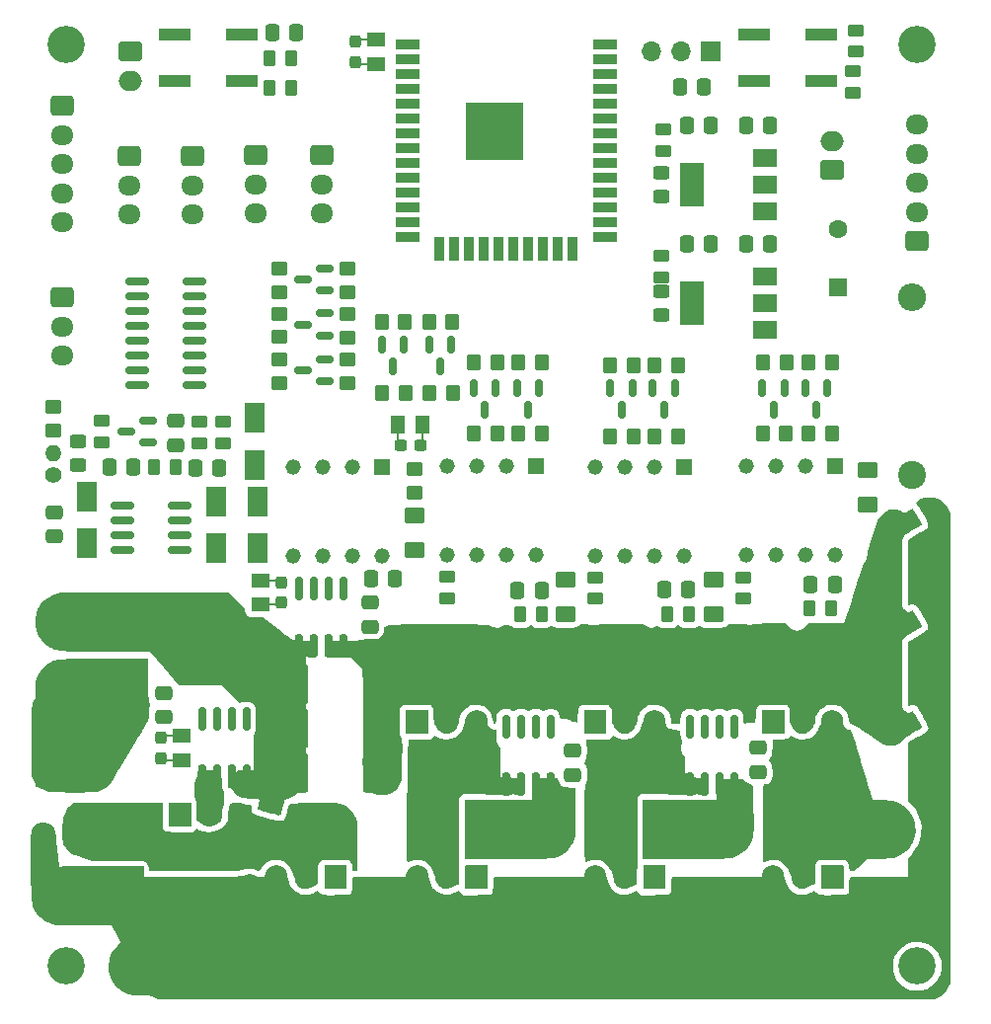
<source format=gts>
G04 #@! TF.GenerationSoftware,KiCad,Pcbnew,(6.0.7)*
G04 #@! TF.CreationDate,2022-12-27T15:36:50+11:00*
G04 #@! TF.ProjectId,esp32_esc,65737033-325f-4657-9363-2e6b69636164,rev?*
G04 #@! TF.SameCoordinates,Original*
G04 #@! TF.FileFunction,Soldermask,Top*
G04 #@! TF.FilePolarity,Negative*
%FSLAX46Y46*%
G04 Gerber Fmt 4.6, Leading zero omitted, Abs format (unit mm)*
G04 Created by KiCad (PCBNEW (6.0.7)) date 2022-12-27 15:36:50*
%MOMM*%
%LPD*%
G01*
G04 APERTURE LIST*
G04 Aperture macros list*
%AMRoundRect*
0 Rectangle with rounded corners*
0 $1 Rounding radius*
0 $2 $3 $4 $5 $6 $7 $8 $9 X,Y pos of 4 corners*
0 Add a 4 corners polygon primitive as box body*
4,1,4,$2,$3,$4,$5,$6,$7,$8,$9,$2,$3,0*
0 Add four circle primitives for the rounded corners*
1,1,$1+$1,$2,$3*
1,1,$1+$1,$4,$5*
1,1,$1+$1,$6,$7*
1,1,$1+$1,$8,$9*
0 Add four rect primitives between the rounded corners*
20,1,$1+$1,$2,$3,$4,$5,0*
20,1,$1+$1,$4,$5,$6,$7,0*
20,1,$1+$1,$6,$7,$8,$9,0*
20,1,$1+$1,$8,$9,$2,$3,0*%
%AMRotRect*
0 Rectangle, with rotation*
0 The origin of the aperture is its center*
0 $1 length*
0 $2 width*
0 $3 Rotation angle, in degrees counterclockwise*
0 Add horizontal line*
21,1,$1,$2,0,0,$3*%
%AMFreePoly0*
4,1,13,0.587500,-0.725000,0.100000,-0.725000,0.100000,-2.000000,0.080902,-2.058779,0.030902,-2.095106,-0.030902,-2.095106,-0.080902,-2.058779,-0.100000,-2.000000,-0.100000,-0.725000,-0.587500,-0.725000,-0.587500,0.725000,0.587500,0.725000,0.587500,-0.725000,0.587500,-0.725000,$1*%
%AMFreePoly1*
4,1,32,7.000000,-2.500000,0.000000,-2.500000,0.000000,-2.495067,-0.156976,-2.495067,-0.468453,-2.455718,-0.772542,-2.377641,-1.064448,-2.262068,-1.339567,-2.110820,-1.593560,-1.926283,-1.822422,-1.711368,-2.022542,-1.469463,-2.190767,-1.204384,-2.324441,-0.920311,-2.421458,-0.621725,-2.480287,-0.313333,-2.500000,0.000000,-2.480287,0.313333,-2.421458,0.621725,-2.324441,0.920311,-2.190767,1.204384,
-2.022542,1.469463,-1.822422,1.711368,-1.593560,1.926283,-1.339567,2.110820,-1.064448,2.262068,-0.772542,2.377641,-0.468453,2.455718,-0.156976,2.495067,0.000000,2.495067,0.000000,2.500000,7.000000,2.500000,7.000000,-2.500000,7.000000,-2.500000,$1*%
G04 Aperture macros list end*
%ADD10RotRect,2.000000X2.000000X255.000000*%
%ADD11C,2.000000*%
%ADD12R,1.600000X1.600000*%
%ADD13C,1.600000*%
%ADD14R,4.000000X4.000000*%
%ADD15RoundRect,0.237500X0.237500X-0.300000X0.237500X0.300000X-0.237500X0.300000X-0.237500X-0.300000X0*%
%ADD16FreePoly0,90.000000*%
%ADD17RoundRect,0.250000X-0.450000X0.262500X-0.450000X-0.262500X0.450000X-0.262500X0.450000X0.262500X0*%
%ADD18RoundRect,0.249999X-0.450001X-1.425001X0.450001X-1.425001X0.450001X1.425001X-0.450001X1.425001X0*%
%ADD19RoundRect,0.250000X-0.475000X0.337500X-0.475000X-0.337500X0.475000X-0.337500X0.475000X0.337500X0*%
%ADD20RoundRect,0.250000X0.262500X0.450000X-0.262500X0.450000X-0.262500X-0.450000X0.262500X-0.450000X0*%
%ADD21RoundRect,0.250000X0.350000X0.450000X-0.350000X0.450000X-0.350000X-0.450000X0.350000X-0.450000X0*%
%ADD22FreePoly1,0.000000*%
%ADD23RoundRect,0.250000X-0.337500X-0.475000X0.337500X-0.475000X0.337500X0.475000X-0.337500X0.475000X0*%
%ADD24RoundRect,0.250000X-0.450000X0.325000X-0.450000X-0.325000X0.450000X-0.325000X0.450000X0.325000X0*%
%ADD25RoundRect,0.250000X0.337500X0.475000X-0.337500X0.475000X-0.337500X-0.475000X0.337500X-0.475000X0*%
%ADD26C,3.200000*%
%ADD27RoundRect,0.250000X0.475000X-0.337500X0.475000X0.337500X-0.475000X0.337500X-0.475000X-0.337500X0*%
%ADD28R,1.318000X1.318000*%
%ADD29C,1.318000*%
%ADD30RoundRect,0.250000X-0.750000X0.600000X-0.750000X-0.600000X0.750000X-0.600000X0.750000X0.600000X0*%
%ADD31O,2.000000X1.700000*%
%ADD32RoundRect,0.250000X0.450000X-0.350000X0.450000X0.350000X-0.450000X0.350000X-0.450000X-0.350000X0*%
%ADD33RoundRect,0.150000X-0.150000X0.587500X-0.150000X-0.587500X0.150000X-0.587500X0.150000X0.587500X0*%
%ADD34R,1.800000X2.500000*%
%ADD35RoundRect,0.237500X-0.237500X0.300000X-0.237500X-0.300000X0.237500X-0.300000X0.237500X0.300000X0*%
%ADD36FreePoly0,270.000000*%
%ADD37FreePoly1,180.000000*%
%ADD38RoundRect,0.250000X-0.725000X0.600000X-0.725000X-0.600000X0.725000X-0.600000X0.725000X0.600000X0*%
%ADD39O,1.950000X1.700000*%
%ADD40RoundRect,0.150000X-0.825000X-0.150000X0.825000X-0.150000X0.825000X0.150000X-0.825000X0.150000X0*%
%ADD41R,1.700000X1.700000*%
%ADD42O,1.700000X1.700000*%
%ADD43RoundRect,0.250000X-0.262500X-0.450000X0.262500X-0.450000X0.262500X0.450000X-0.262500X0.450000X0*%
%ADD44R,2.000000X1.500000*%
%ADD45R,2.000000X3.800000*%
%ADD46RoundRect,0.250001X0.624999X-0.462499X0.624999X0.462499X-0.624999X0.462499X-0.624999X-0.462499X0*%
%ADD47RoundRect,0.150000X0.150000X-0.825000X0.150000X0.825000X-0.150000X0.825000X-0.150000X-0.825000X0*%
%ADD48RotRect,1.600000X1.600000X300.000000*%
%ADD49RoundRect,0.250000X0.725000X-0.600000X0.725000X0.600000X-0.725000X0.600000X-0.725000X-0.600000X0*%
%ADD50RoundRect,0.150000X0.587500X0.150000X-0.587500X0.150000X-0.587500X-0.150000X0.587500X-0.150000X0*%
%ADD51C,2.400000*%
%ADD52O,2.400000X2.400000*%
%ADD53RoundRect,0.250000X0.450000X-0.262500X0.450000X0.262500X-0.450000X0.262500X-0.450000X-0.262500X0*%
%ADD54R,2.750000X1.000000*%
%ADD55RoundRect,0.237500X-0.300000X-0.237500X0.300000X-0.237500X0.300000X0.237500X-0.300000X0.237500X0*%
%ADD56FreePoly0,0.000000*%
%ADD57R,2.000000X0.900000*%
%ADD58R,0.900000X2.000000*%
%ADD59R,5.000000X5.000000*%
%ADD60C,1.400000*%
%ADD61O,1.400000X1.400000*%
%ADD62RoundRect,0.250000X0.750000X-0.600000X0.750000X0.600000X-0.750000X0.600000X-0.750000X-0.600000X0*%
%ADD63R,1.905000X2.000000*%
%ADD64O,1.905000X2.000000*%
%ADD65C,3.000000*%
G04 APERTURE END LIST*
G36*
X47160115Y-116530065D02*
G01*
X47208659Y-116009775D01*
X47354254Y-115532219D01*
X47596841Y-115097536D01*
X47887683Y-114753410D01*
X48181407Y-114459686D01*
X47803995Y-113745368D01*
X47426583Y-113031051D01*
X45216220Y-113030650D01*
X44701648Y-113029225D01*
X44217115Y-113025316D01*
X43774944Y-113019189D01*
X43387461Y-113011109D01*
X43066990Y-113001342D01*
X42825856Y-112990153D01*
X42676384Y-112977807D01*
X42661181Y-112975644D01*
X42181314Y-112848153D01*
X41738528Y-112629812D01*
X41346326Y-112332081D01*
X41018213Y-111966417D01*
X40767693Y-111544282D01*
X40664261Y-111281155D01*
X40633838Y-111172849D01*
X40607643Y-111043425D01*
X40585297Y-110884328D01*
X40566421Y-110687007D01*
X40563972Y-110649135D01*
X41322028Y-110649135D01*
X41402819Y-111050259D01*
X41572528Y-111417642D01*
X41822687Y-111737630D01*
X42144825Y-111996567D01*
X42530472Y-112180799D01*
X42555127Y-112189075D01*
X42668994Y-112207518D01*
X42853944Y-112217952D01*
X43075196Y-112218714D01*
X43138425Y-112216985D01*
X43399295Y-112200671D01*
X43594050Y-112167321D01*
X43762279Y-112108477D01*
X43854292Y-112064024D01*
X44195330Y-111833465D01*
X44459271Y-111545009D01*
X44646126Y-111213427D01*
X44755909Y-110853491D01*
X44788632Y-110479971D01*
X44744308Y-110107638D01*
X44622950Y-109751265D01*
X44513122Y-109570981D01*
X58692416Y-109570981D01*
X58700980Y-109739219D01*
X58789471Y-109924949D01*
X58943023Y-110051581D01*
X59133894Y-110111358D01*
X59334345Y-110096519D01*
X59516634Y-109999306D01*
X59543094Y-109974759D01*
X59655883Y-109793084D01*
X59682843Y-109581332D01*
X59622272Y-109374002D01*
X59576192Y-109303860D01*
X59417479Y-109172763D01*
X59234345Y-109126332D01*
X59048531Y-109153753D01*
X58881778Y-109244211D01*
X58755826Y-109386892D01*
X58692416Y-109570981D01*
X44513122Y-109570981D01*
X44424571Y-109425623D01*
X44149183Y-109145483D01*
X43851600Y-108952644D01*
X43681688Y-108889604D01*
X60989555Y-108889604D01*
X60999330Y-109052431D01*
X61055422Y-109168837D01*
X61155998Y-109271158D01*
X61337545Y-109381860D01*
X61540104Y-109426929D01*
X61727011Y-109401523D01*
X61807963Y-109357235D01*
X61974389Y-109172039D01*
X62047057Y-108959382D01*
X62024336Y-108740010D01*
X61904599Y-108534671D01*
X61875000Y-108503173D01*
X61695832Y-108388011D01*
X61498332Y-108360282D01*
X61305726Y-108409849D01*
X61141245Y-108526575D01*
X61028117Y-108700322D01*
X60989555Y-108889604D01*
X43681688Y-108889604D01*
X43466800Y-108809877D01*
X43074504Y-108763671D01*
X42688973Y-108806792D01*
X42324465Y-108932002D01*
X41995241Y-109132064D01*
X41715561Y-109399742D01*
X41499684Y-109727800D01*
X41361871Y-110109001D01*
X41338627Y-110227925D01*
X41322028Y-110649135D01*
X40563972Y-110649135D01*
X40550637Y-110442908D01*
X40537567Y-110143480D01*
X40526832Y-109780168D01*
X40518053Y-109344421D01*
X40510853Y-108827685D01*
X40504853Y-108221408D01*
X40500015Y-107569255D01*
X40496147Y-106951561D01*
X40494011Y-106430586D01*
X40494604Y-105996996D01*
X40498925Y-105641459D01*
X40507969Y-105354642D01*
X40512839Y-105279629D01*
X41268866Y-105279629D01*
X41279045Y-105447442D01*
X41372973Y-105607570D01*
X41409679Y-105642602D01*
X41592771Y-105747436D01*
X41772081Y-105747378D01*
X41941303Y-105642501D01*
X41947725Y-105636175D01*
X42050329Y-105469869D01*
X42065016Y-105288273D01*
X41998295Y-105121179D01*
X41856670Y-104998380D01*
X41803454Y-104975632D01*
X41609730Y-104952134D01*
X41447318Y-105009770D01*
X41329327Y-105126337D01*
X41268866Y-105279629D01*
X40512839Y-105279629D01*
X40522734Y-105127212D01*
X40544217Y-104949835D01*
X40573416Y-104813180D01*
X40611328Y-104707912D01*
X40658950Y-104624698D01*
X40717279Y-104554207D01*
X40787313Y-104487104D01*
X40833737Y-104446018D01*
X41093578Y-104280627D01*
X41386396Y-104196723D01*
X41689816Y-104191357D01*
X41981460Y-104261582D01*
X42238951Y-104404450D01*
X42439911Y-104617014D01*
X42467652Y-104661249D01*
X42507848Y-104737061D01*
X42542466Y-104823725D01*
X42573738Y-104934214D01*
X42603897Y-105081504D01*
X42635175Y-105278572D01*
X42669803Y-105538391D01*
X42710013Y-105873939D01*
X42758039Y-106298189D01*
X42774052Y-106442428D01*
X42945756Y-107993472D01*
X50084980Y-107993472D01*
X50084980Y-108841907D01*
X54341866Y-108841907D01*
X55116094Y-108841791D01*
X55791276Y-108841346D01*
X56374421Y-108840424D01*
X56872535Y-108838875D01*
X57292628Y-108836552D01*
X57641707Y-108833307D01*
X57926781Y-108828991D01*
X58154858Y-108823457D01*
X58332946Y-108816555D01*
X58468053Y-108808139D01*
X58567187Y-108798058D01*
X58637356Y-108786167D01*
X58685569Y-108772315D01*
X58718833Y-108756356D01*
X58729862Y-108749109D01*
X58865961Y-108688555D01*
X59069280Y-108660002D01*
X59213338Y-108656312D01*
X59438497Y-108665947D01*
X59584914Y-108698370D01*
X59668244Y-108749109D01*
X59772444Y-108800622D01*
X59932559Y-108834233D01*
X60120180Y-108849835D01*
X60306896Y-108847320D01*
X60464298Y-108826578D01*
X60563975Y-108787504D01*
X60584354Y-108752594D01*
X60622473Y-108585926D01*
X60721405Y-108391386D01*
X60858018Y-108205913D01*
X61009177Y-108066444D01*
X61017702Y-108060676D01*
X61274710Y-107948415D01*
X61562107Y-107915957D01*
X61843731Y-107963653D01*
X62027399Y-108050918D01*
X62192040Y-108193468D01*
X62330788Y-108375305D01*
X62419996Y-108560803D01*
X62440304Y-108673001D01*
X62476622Y-108800117D01*
X62519845Y-108860845D01*
X62578828Y-108970996D01*
X62599386Y-109095027D01*
X62623197Y-109220131D01*
X62685579Y-109398645D01*
X62771724Y-109589214D01*
X62989084Y-109919660D01*
X63265963Y-110164513D01*
X63611916Y-110331731D01*
X63695089Y-110357975D01*
X64018075Y-110414183D01*
X64333285Y-110385584D01*
X64665823Y-110268718D01*
X64789476Y-110207104D01*
X65097103Y-110043854D01*
X65248388Y-110209490D01*
X65375182Y-110323149D01*
X65500861Y-110398308D01*
X65527101Y-110407108D01*
X65617775Y-110416095D01*
X65796130Y-110422462D01*
X66043823Y-110425969D01*
X66342508Y-110426382D01*
X66673841Y-110423461D01*
X66729983Y-110422649D01*
X67805437Y-110406207D01*
X67933309Y-110257426D01*
X67990460Y-110182768D01*
X68027525Y-110102404D01*
X68048799Y-109992202D01*
X68058576Y-109828032D01*
X68061150Y-109585761D01*
X68061181Y-109538908D01*
X68067639Y-109233802D01*
X68086703Y-109024081D01*
X68117913Y-108914346D01*
X68124813Y-108905539D01*
X68170350Y-108888857D01*
X68190212Y-108886240D01*
X73056378Y-108886240D01*
X73093655Y-109082520D01*
X73128600Y-109147047D01*
X73259322Y-109312151D01*
X73400020Y-109396908D01*
X73588607Y-109423281D01*
X73605853Y-109423519D01*
X73776050Y-109404655D01*
X73908736Y-109328167D01*
X73976080Y-109263647D01*
X74097383Y-109072645D01*
X74129838Y-108867586D01*
X74083050Y-108671418D01*
X73966624Y-108507090D01*
X73790164Y-108397551D01*
X73599827Y-108364662D01*
X73388155Y-108408914D01*
X73217665Y-108526131D01*
X73102394Y-108693008D01*
X73056378Y-108886240D01*
X68190212Y-108886240D01*
X68275157Y-108875048D01*
X68446079Y-108863923D01*
X68689960Y-108855293D01*
X69013643Y-108848967D01*
X69423972Y-108844758D01*
X69927791Y-108842474D01*
X70424556Y-108841907D01*
X72660666Y-108841907D01*
X72690865Y-108655808D01*
X72784836Y-108386848D01*
X72961086Y-108166938D01*
X73201665Y-108010460D01*
X73488623Y-107931798D01*
X73602517Y-107925295D01*
X73903401Y-107971858D01*
X74163533Y-108102133D01*
X74365384Y-108301996D01*
X74491425Y-108557323D01*
X74514917Y-108660422D01*
X74553525Y-108793641D01*
X74608256Y-108873603D01*
X74617720Y-108878707D01*
X74675098Y-108947615D01*
X74689573Y-109023550D01*
X74726622Y-109269825D01*
X74825839Y-109542475D01*
X74969331Y-109798321D01*
X75058520Y-109913829D01*
X75347338Y-110166505D01*
X75680984Y-110329785D01*
X76043058Y-110400866D01*
X76417159Y-110376947D01*
X76786888Y-110255225D01*
X76855287Y-110220810D01*
X77180154Y-110047658D01*
X77396467Y-110243085D01*
X77612781Y-110438511D01*
X79895611Y-110406207D01*
X80023490Y-110257426D01*
X80080644Y-110182770D01*
X80117711Y-110102411D01*
X80138986Y-109992217D01*
X80148763Y-109828057D01*
X80151338Y-109585801D01*
X80151369Y-109538908D01*
X80157826Y-109233802D01*
X80176891Y-109024081D01*
X80208101Y-108914346D01*
X80215001Y-108905539D01*
X80253566Y-108892681D01*
X80306553Y-108886240D01*
X88328194Y-108886240D01*
X88365471Y-109082520D01*
X88400416Y-109147047D01*
X88531138Y-109312151D01*
X88671836Y-109396908D01*
X88860423Y-109423281D01*
X88877669Y-109423519D01*
X89047866Y-109404655D01*
X89180552Y-109328167D01*
X89247896Y-109263647D01*
X89369199Y-109072645D01*
X89401654Y-108867586D01*
X89354866Y-108671418D01*
X89238440Y-108507090D01*
X89061980Y-108397551D01*
X88871643Y-108364662D01*
X88659972Y-108408914D01*
X88489481Y-108526131D01*
X88374210Y-108693008D01*
X88328194Y-108886240D01*
X80306553Y-108886240D01*
X80345473Y-108881509D01*
X80496239Y-108871934D01*
X80711380Y-108863865D01*
X80996411Y-108857213D01*
X81356850Y-108851886D01*
X81798210Y-108847796D01*
X82326010Y-108844851D01*
X82945765Y-108842961D01*
X83662990Y-108842036D01*
X84105558Y-108841907D01*
X87932482Y-108841907D01*
X87962682Y-108655808D01*
X88056652Y-108386848D01*
X88232902Y-108166938D01*
X88473481Y-108010460D01*
X88760440Y-107931798D01*
X88874333Y-107925295D01*
X89175055Y-107971881D01*
X89435561Y-108102243D01*
X89637887Y-108302286D01*
X89764068Y-108557917D01*
X89783507Y-108638592D01*
X89825240Y-108785438D01*
X89879470Y-108893611D01*
X89880514Y-108894934D01*
X89926075Y-108988559D01*
X89976969Y-109146835D01*
X90009880Y-109280603D01*
X90138198Y-109639259D01*
X90353101Y-109941272D01*
X90647069Y-110178907D01*
X91012580Y-110344427D01*
X91057206Y-110358008D01*
X91392666Y-110411891D01*
X91728742Y-110373397D01*
X92083917Y-110239973D01*
X92147912Y-110207464D01*
X92451970Y-110047658D01*
X92668284Y-110243085D01*
X92884597Y-110438511D01*
X95167427Y-110406207D01*
X95295306Y-110257426D01*
X95352460Y-110182770D01*
X95389527Y-110102411D01*
X95410802Y-109992217D01*
X95420580Y-109828057D01*
X95423155Y-109585801D01*
X95423185Y-109538908D01*
X95429643Y-109233802D01*
X95448708Y-109024081D01*
X95479917Y-108914346D01*
X95486818Y-108905539D01*
X95525382Y-108892681D01*
X95578370Y-108886240D01*
X103600011Y-108886240D01*
X103637287Y-109082520D01*
X103672232Y-109147047D01*
X103802954Y-109312151D01*
X103943653Y-109396908D01*
X104132239Y-109423281D01*
X104149485Y-109423519D01*
X104324049Y-109403312D01*
X104459543Y-109322330D01*
X104514650Y-109268931D01*
X104636730Y-109077542D01*
X104670637Y-108872012D01*
X104625752Y-108675191D01*
X104511451Y-108509928D01*
X104337115Y-108399071D01*
X104143460Y-108364662D01*
X103931788Y-108408914D01*
X103761298Y-108526131D01*
X103646026Y-108693008D01*
X103600011Y-108886240D01*
X95578370Y-108886240D01*
X95617290Y-108881509D01*
X95768056Y-108871934D01*
X95983196Y-108863865D01*
X96268228Y-108857213D01*
X96628666Y-108851886D01*
X97070027Y-108847796D01*
X97597826Y-108844851D01*
X98217581Y-108842961D01*
X98934806Y-108842036D01*
X99377374Y-108841907D01*
X103204298Y-108841907D01*
X103234498Y-108655808D01*
X103328469Y-108386848D01*
X103504718Y-108166938D01*
X103745297Y-108010460D01*
X104032256Y-107931798D01*
X104146150Y-107925295D01*
X104446871Y-107971881D01*
X104707377Y-108102243D01*
X104909703Y-108302286D01*
X105035884Y-108557917D01*
X105055323Y-108638592D01*
X105097057Y-108785438D01*
X105151286Y-108893611D01*
X105152330Y-108894934D01*
X105197891Y-108988559D01*
X105248785Y-109146835D01*
X105281696Y-109280603D01*
X105410015Y-109639259D01*
X105624918Y-109941272D01*
X105918885Y-110178907D01*
X106284396Y-110344427D01*
X106329022Y-110358008D01*
X106662213Y-110411862D01*
X106995967Y-110374395D01*
X107349366Y-110242949D01*
X107423297Y-110205561D01*
X107730924Y-110043854D01*
X107882209Y-110209490D01*
X108009002Y-110323149D01*
X108134681Y-110398308D01*
X108160922Y-110407108D01*
X108251595Y-110416095D01*
X108429951Y-110422462D01*
X108677644Y-110425969D01*
X108976329Y-110426382D01*
X109307661Y-110423461D01*
X109363804Y-110422649D01*
X110439258Y-110406207D01*
X110567130Y-110257426D01*
X110624281Y-110182768D01*
X110661346Y-110102404D01*
X110682620Y-109992202D01*
X110692396Y-109828032D01*
X110694971Y-109585761D01*
X110695001Y-109538908D01*
X110701459Y-109233802D01*
X110720524Y-109024081D01*
X110751734Y-108914346D01*
X110758634Y-108905539D01*
X110802731Y-108889599D01*
X110904824Y-108876277D01*
X111071528Y-108865405D01*
X111309461Y-108856817D01*
X111625238Y-108850345D01*
X112025474Y-108845822D01*
X112516787Y-108843081D01*
X113105792Y-108841955D01*
X113277423Y-108841907D01*
X115732580Y-108841907D01*
X115732580Y-107233586D01*
X116041430Y-106910920D01*
X116367390Y-106530160D01*
X116603970Y-106152594D01*
X116762438Y-105751828D01*
X116854063Y-105301471D01*
X116884792Y-104935563D01*
X116894509Y-104650423D01*
X116890793Y-104435746D01*
X116870429Y-104256433D01*
X116830201Y-104077387D01*
X116794913Y-103954561D01*
X116621535Y-103494901D01*
X116387682Y-103087375D01*
X116072551Y-102696275D01*
X116043580Y-102665028D01*
X115732580Y-102332567D01*
X115732580Y-100146924D01*
X117976327Y-100146924D01*
X118069623Y-100323899D01*
X118219632Y-100435877D01*
X118409456Y-100464311D01*
X118602070Y-100407367D01*
X118725489Y-100286229D01*
X118774396Y-100111479D01*
X118747482Y-99934212D01*
X118642311Y-99767477D01*
X118486908Y-99679328D01*
X118307888Y-99675264D01*
X118131868Y-99760781D01*
X118089877Y-99798369D01*
X117980543Y-99967123D01*
X117976327Y-100146924D01*
X115732580Y-100146924D01*
X115732580Y-97358359D01*
X116461703Y-96937797D01*
X116804510Y-96736219D01*
X117063525Y-96573223D01*
X117249574Y-96439479D01*
X117373479Y-96325658D01*
X117446064Y-96222430D01*
X117478153Y-96120466D01*
X117482475Y-96057944D01*
X117455180Y-95949969D01*
X117380683Y-95772965D01*
X117270071Y-95546507D01*
X117134429Y-95290167D01*
X116984842Y-95023519D01*
X116832396Y-94766136D01*
X116688176Y-94537590D01*
X116563268Y-94357456D01*
X116468756Y-94245306D01*
X116444723Y-94225614D01*
X116268962Y-94167715D01*
X116040554Y-94162557D01*
X115759093Y-94179902D01*
X115745363Y-91443554D01*
X115745257Y-91422491D01*
X117959720Y-91422491D01*
X118007005Y-91592882D01*
X118130237Y-91725151D01*
X118301477Y-91802522D01*
X118492787Y-91808218D01*
X118567156Y-91787255D01*
X118686111Y-91690562D01*
X118756596Y-91533190D01*
X118763986Y-91354967D01*
X118748450Y-91293563D01*
X118646474Y-91123019D01*
X118484408Y-91037739D01*
X118358499Y-91024788D01*
X118204711Y-91070897D01*
X118065426Y-91186040D01*
X117975513Y-91335443D01*
X117959720Y-91422491D01*
X115745257Y-91422491D01*
X115731633Y-88707205D01*
X116527212Y-88244807D01*
X116794050Y-88085919D01*
X117032383Y-87936877D01*
X117225229Y-87808860D01*
X117355606Y-87713051D01*
X117402632Y-87668417D01*
X117459072Y-87563815D01*
X117479380Y-87448819D01*
X117459213Y-87308737D01*
X117394224Y-87128876D01*
X117280069Y-86894543D01*
X117112403Y-86591045D01*
X117053978Y-86489427D01*
X116861301Y-86160488D01*
X116707816Y-85913489D01*
X116582005Y-85737230D01*
X116472347Y-85620506D01*
X116367322Y-85552116D01*
X116255413Y-85520858D01*
X116125098Y-85515527D01*
X116055784Y-85518698D01*
X115759093Y-85536479D01*
X115745417Y-82754022D01*
X117976327Y-82754022D01*
X118069623Y-82930998D01*
X118205152Y-83033375D01*
X118377566Y-83074994D01*
X118546348Y-83052631D01*
X118659307Y-82977919D01*
X118765125Y-82802887D01*
X118772543Y-82627079D01*
X118751554Y-82557563D01*
X118638965Y-82382753D01*
X118480444Y-82289969D01*
X118300867Y-82284930D01*
X118125111Y-82373353D01*
X118089877Y-82405467D01*
X117980543Y-82574221D01*
X117976327Y-82754022D01*
X115745417Y-82754022D01*
X115745370Y-82744489D01*
X115731647Y-79952500D01*
X116528263Y-79491225D01*
X116795282Y-79332854D01*
X117033674Y-79184412D01*
X117226478Y-79057017D01*
X117356733Y-78961784D01*
X117403677Y-78917449D01*
X117473595Y-78743909D01*
X117458583Y-78536091D01*
X117357136Y-78284006D01*
X117290311Y-78165706D01*
X117170467Y-77963540D01*
X117026604Y-77715844D01*
X116886108Y-77469852D01*
X116859873Y-77423326D01*
X116739754Y-77218069D01*
X116624530Y-77035455D01*
X116533207Y-76905132D01*
X116508373Y-76875099D01*
X116395419Y-76751089D01*
X116554500Y-76623416D01*
X116824050Y-76465972D01*
X117162839Y-76361617D01*
X117544266Y-76318025D01*
X117615623Y-76317226D01*
X118030567Y-76370215D01*
X118418912Y-76518483D01*
X118765251Y-76751843D01*
X119054182Y-77060112D01*
X119256466Y-77402030D01*
X119391865Y-77698896D01*
X119364939Y-117989088D01*
X119209950Y-118294970D01*
X119029668Y-118575025D01*
X118786562Y-118848616D01*
X118512525Y-119084353D01*
X118239447Y-119250848D01*
X118238152Y-119251447D01*
X117986233Y-119367794D01*
X84738216Y-119378659D01*
X82488860Y-119379387D01*
X80343100Y-119380061D01*
X78298478Y-119380675D01*
X76352534Y-119381223D01*
X74502812Y-119381699D01*
X72746852Y-119382096D01*
X71082197Y-119382409D01*
X69506387Y-119382630D01*
X68016965Y-119382754D01*
X66611472Y-119382775D01*
X65287450Y-119382685D01*
X64042440Y-119382480D01*
X62873985Y-119382152D01*
X61779626Y-119381695D01*
X60756904Y-119381104D01*
X59803361Y-119380372D01*
X58916539Y-119379492D01*
X58093980Y-119378459D01*
X57333224Y-119377266D01*
X56631815Y-119375907D01*
X55987293Y-119374375D01*
X55397200Y-119372665D01*
X54859078Y-119370770D01*
X54370468Y-119368684D01*
X53928913Y-119366401D01*
X53531953Y-119363914D01*
X53177131Y-119361217D01*
X52861988Y-119358304D01*
X52584065Y-119355169D01*
X52340905Y-119351805D01*
X52130049Y-119348206D01*
X51949039Y-119344366D01*
X51795416Y-119340279D01*
X51666722Y-119335938D01*
X51560499Y-119331338D01*
X51474289Y-119326471D01*
X51405632Y-119321332D01*
X51352071Y-119315914D01*
X51311148Y-119310211D01*
X51280403Y-119304218D01*
X51257379Y-119297927D01*
X51244922Y-119293493D01*
X51070953Y-119217489D01*
X50919370Y-119138250D01*
X50875190Y-119110289D01*
X50805903Y-119074775D01*
X50704589Y-119050031D01*
X50553437Y-119034331D01*
X50334630Y-119025950D01*
X50030355Y-119023160D01*
X49975429Y-119023117D01*
X49568767Y-119015866D01*
X49241983Y-118990490D01*
X48969664Y-118941558D01*
X48726395Y-118863636D01*
X48486763Y-118751293D01*
X48353279Y-118676369D01*
X48000826Y-118414593D01*
X47686362Y-118074296D01*
X47429343Y-117681379D01*
X47249226Y-117261745D01*
X47222582Y-117171130D01*
X47191284Y-116999479D01*
X47168872Y-116770821D01*
X47161672Y-116576154D01*
X47915842Y-116576154D01*
X47972308Y-116964540D01*
X48110970Y-117329321D01*
X48324797Y-117655523D01*
X48606756Y-117928172D01*
X48949816Y-118132296D01*
X49222466Y-118226370D01*
X49466157Y-118258223D01*
X49760222Y-118254044D01*
X50057718Y-118217745D01*
X50311704Y-118153241D01*
X50368179Y-118130857D01*
X50717505Y-117921119D01*
X51004051Y-117637656D01*
X51218856Y-117297838D01*
X51352958Y-116919032D01*
X51397396Y-116518606D01*
X51387653Y-116426547D01*
X114438597Y-116426547D01*
X114460971Y-116853169D01*
X114568751Y-117264664D01*
X114756049Y-117647653D01*
X115016980Y-117988756D01*
X115345658Y-118274595D01*
X115736196Y-118491791D01*
X115993969Y-118582526D01*
X116274100Y-118628074D01*
X116607431Y-118631392D01*
X116951108Y-118595213D01*
X117262280Y-118522270D01*
X117334086Y-118497041D01*
X117710122Y-118298100D01*
X118037798Y-118016501D01*
X118306170Y-117668821D01*
X118504296Y-117271639D01*
X118621232Y-116841531D01*
X118649072Y-116505000D01*
X118600043Y-116095543D01*
X118462053Y-115689650D01*
X118248752Y-115312310D01*
X117973791Y-114988510D01*
X117704472Y-114775740D01*
X117433449Y-114634231D01*
X117119222Y-114517055D01*
X116804770Y-114437735D01*
X116541375Y-114409756D01*
X116103544Y-114461151D01*
X115685154Y-114608977D01*
X115301413Y-114843696D01*
X114967524Y-115155768D01*
X114698693Y-115535655D01*
X114673608Y-115581433D01*
X114507514Y-115998175D01*
X114438597Y-116426547D01*
X51387653Y-116426547D01*
X51363814Y-116201311D01*
X51234473Y-115801158D01*
X51033534Y-115464842D01*
X50774240Y-115194026D01*
X50469835Y-114990375D01*
X50133560Y-114855552D01*
X49778659Y-114791221D01*
X49418374Y-114799045D01*
X49065948Y-114880688D01*
X48734625Y-115037814D01*
X48437646Y-115272087D01*
X48188255Y-115585171D01*
X48077624Y-115788462D01*
X47948603Y-116179137D01*
X47915842Y-116576154D01*
X47161672Y-116576154D01*
X47160118Y-116534125D01*
X47160115Y-116530065D01*
G37*
G36*
X120062508Y-82450664D02*
G01*
X120063302Y-82621267D01*
X120064117Y-82890536D01*
X120064953Y-83259953D01*
X120065807Y-83731001D01*
X120066678Y-84305164D01*
X120067548Y-84970761D01*
X120068952Y-86253017D01*
X120070153Y-87626498D01*
X120071150Y-89076905D01*
X120071944Y-90589940D01*
X120072534Y-92151303D01*
X120072921Y-93746697D01*
X120073104Y-95361821D01*
X120073083Y-96982378D01*
X120072859Y-98594068D01*
X120072431Y-100182593D01*
X120071799Y-101733653D01*
X120070964Y-103232950D01*
X120069925Y-104666185D01*
X120068683Y-106019060D01*
X120067548Y-107030051D01*
X120066662Y-107704709D01*
X120065791Y-108274800D01*
X120064937Y-108741815D01*
X120064102Y-109107242D01*
X120063286Y-109372569D01*
X120062493Y-109539285D01*
X120061724Y-109608878D01*
X120060980Y-109582839D01*
X120060264Y-109462654D01*
X120059577Y-109249813D01*
X120058922Y-108945805D01*
X120058299Y-108552117D01*
X120057712Y-108070240D01*
X120057161Y-107501661D01*
X120056648Y-106847869D01*
X120056176Y-106110353D01*
X120055746Y-105290601D01*
X120055360Y-104390103D01*
X120055019Y-103410346D01*
X120054727Y-102352820D01*
X120054483Y-101219014D01*
X120054291Y-100010415D01*
X120054152Y-98728512D01*
X120054067Y-97374795D01*
X120054040Y-95982825D01*
X120054069Y-94560609D01*
X120054154Y-93208877D01*
X120054295Y-91929112D01*
X120054488Y-90722796D01*
X120054732Y-89591414D01*
X120055026Y-88536449D01*
X120055368Y-87559383D01*
X120055755Y-86661700D01*
X120056186Y-85844883D01*
X120056659Y-85110416D01*
X120057172Y-84459781D01*
X120057724Y-83894462D01*
X120058312Y-83415942D01*
X120058935Y-83025704D01*
X120059591Y-82725232D01*
X120060278Y-82516009D01*
X120060995Y-82399517D01*
X120061739Y-82377241D01*
X120062508Y-82450664D01*
G37*
G36*
X39885575Y-90047561D02*
G01*
X39886542Y-90212025D01*
X39887539Y-90475705D01*
X39888564Y-90840383D01*
X39889614Y-91307840D01*
X39890511Y-91780424D01*
X39892186Y-92857881D01*
X39893565Y-94024186D01*
X39894648Y-95262135D01*
X39895435Y-96554524D01*
X39895927Y-97884147D01*
X39896124Y-99233799D01*
X39896024Y-100586276D01*
X39895630Y-101924373D01*
X39894939Y-103230884D01*
X39893953Y-104488605D01*
X39892671Y-105680332D01*
X39891094Y-106788858D01*
X39890511Y-107131781D01*
X39889443Y-107686809D01*
X39888397Y-108137564D01*
X39887376Y-108485827D01*
X39886383Y-108733380D01*
X39885422Y-108882003D01*
X39884496Y-108933478D01*
X39883607Y-108889587D01*
X39882759Y-108752110D01*
X39881955Y-108522829D01*
X39881198Y-108203525D01*
X39880492Y-107795979D01*
X39879839Y-107301973D01*
X39879243Y-106723287D01*
X39878707Y-106061704D01*
X39878234Y-105319004D01*
X39877828Y-104496968D01*
X39877490Y-103597379D01*
X39877225Y-102622016D01*
X39877036Y-101572662D01*
X39876926Y-100451097D01*
X39876896Y-99456103D01*
X39876938Y-98275351D01*
X39877061Y-97165316D01*
X39877263Y-96127778D01*
X39877540Y-95164520D01*
X39877889Y-94277322D01*
X39878306Y-93467965D01*
X39878790Y-92738231D01*
X39879336Y-92089902D01*
X39879941Y-91524757D01*
X39880602Y-91044579D01*
X39881317Y-90651150D01*
X39882081Y-90346249D01*
X39882893Y-90131658D01*
X39883747Y-90009159D01*
X39884643Y-89980533D01*
X39885575Y-90047561D01*
G37*
G36*
X63029726Y-108670622D02*
G01*
X63002869Y-108603284D01*
X62930269Y-108441887D01*
X62853124Y-108264338D01*
X62847685Y-108251528D01*
X62667968Y-107954377D01*
X62407641Y-107700008D01*
X62162395Y-107546308D01*
X61840999Y-107438024D01*
X61495799Y-107410133D01*
X61150748Y-107457327D01*
X60829801Y-107574303D01*
X60556912Y-107755755D01*
X60393165Y-107938152D01*
X60254219Y-108138581D01*
X60160208Y-108265383D01*
X60093842Y-108330812D01*
X60037831Y-108347123D01*
X59974886Y-108326570D01*
X59899985Y-108287699D01*
X59605364Y-108184832D01*
X59263457Y-108142944D01*
X58913860Y-108162187D01*
X58596168Y-108242718D01*
X58506129Y-108282245D01*
X58464093Y-108298249D01*
X58401797Y-108312076D01*
X58311869Y-108323883D01*
X58186938Y-108333821D01*
X58019634Y-108342046D01*
X57802585Y-108348711D01*
X57528419Y-108353971D01*
X57189765Y-108357979D01*
X56779253Y-108360890D01*
X56289511Y-108362857D01*
X55713167Y-108364035D01*
X55042850Y-108364577D01*
X54561964Y-108364662D01*
X53936794Y-108364220D01*
X53341603Y-108362943D01*
X52785051Y-108360902D01*
X52275799Y-108358170D01*
X51822507Y-108354818D01*
X51433836Y-108350920D01*
X51118445Y-108346547D01*
X50884995Y-108341771D01*
X50742147Y-108336665D01*
X50699130Y-108332475D01*
X50633700Y-108252577D01*
X50615252Y-108117734D01*
X50582424Y-107907980D01*
X50496599Y-107717298D01*
X50376766Y-107585297D01*
X50353053Y-107570827D01*
X50270960Y-107555991D01*
X50086713Y-107543359D01*
X49804192Y-107533022D01*
X49427276Y-107525071D01*
X48959844Y-107519600D01*
X48405776Y-107516698D01*
X48039759Y-107516228D01*
X45828483Y-107516228D01*
X44989161Y-107249435D01*
X44598393Y-107119516D01*
X44292714Y-107002099D01*
X44053697Y-106886631D01*
X43862912Y-106762560D01*
X43701933Y-106619330D01*
X43552330Y-106446390D01*
X43524860Y-106410861D01*
X43398156Y-106222083D01*
X43306087Y-106023782D01*
X43244823Y-105796515D01*
X43222320Y-105615596D01*
X44363044Y-105615596D01*
X44384010Y-105859703D01*
X44490072Y-106089211D01*
X44682634Y-106283073D01*
X44710218Y-106302019D01*
X44910357Y-106380368D01*
X45149988Y-106398305D01*
X45381053Y-106355266D01*
X45477821Y-106311019D01*
X45646384Y-106156322D01*
X45766819Y-105938772D01*
X45821978Y-105696943D01*
X45815725Y-105550849D01*
X45727042Y-105307536D01*
X45565567Y-105116505D01*
X45353609Y-104989680D01*
X45113476Y-104938985D01*
X44867477Y-104976346D01*
X44796677Y-105006111D01*
X44570781Y-105167755D01*
X44425769Y-105377931D01*
X44363044Y-105615596D01*
X43222320Y-105615596D01*
X43210533Y-105520837D01*
X43199385Y-105177303D01*
X43206021Y-104792521D01*
X43219150Y-104457058D01*
X43236452Y-104200848D01*
X43261578Y-103997093D01*
X43298179Y-103818993D01*
X43349907Y-103639749D01*
X43372378Y-103571436D01*
X43485551Y-103268384D01*
X43600472Y-103044680D01*
X43734598Y-102874792D01*
X43905389Y-102733184D01*
X43978828Y-102684453D01*
X44219731Y-102531677D01*
X51781849Y-102531677D01*
X51781849Y-103563211D01*
X51785597Y-104011482D01*
X51796831Y-104354759D01*
X51815539Y-104592785D01*
X51841705Y-104725303D01*
X51845200Y-104733785D01*
X51895257Y-104824810D01*
X51961062Y-104894718D01*
X52056165Y-104946242D01*
X52194117Y-104982116D01*
X52388466Y-105005075D01*
X52652764Y-105017853D01*
X53000561Y-105023185D01*
X53283198Y-105023952D01*
X54365596Y-105023952D01*
X54560005Y-104869455D01*
X54754415Y-104714958D01*
X54978257Y-104838801D01*
X55343246Y-104983647D01*
X55731978Y-105037861D01*
X56124754Y-105006145D01*
X56501875Y-104893207D01*
X56843640Y-104703751D01*
X57130351Y-104442482D01*
X57238713Y-104298895D01*
X57328399Y-104150052D01*
X57377988Y-104017480D01*
X57398839Y-103857957D01*
X57402464Y-103675926D01*
X57412770Y-103467653D01*
X57798249Y-103467653D01*
X57815907Y-103660923D01*
X57897336Y-103838120D01*
X58039031Y-103977206D01*
X58237483Y-104056144D01*
X58330701Y-104065905D01*
X58446410Y-104041162D01*
X58588046Y-103976537D01*
X58603626Y-103967315D01*
X58767290Y-103818074D01*
X58847255Y-103638160D01*
X58852798Y-103447691D01*
X58793198Y-103266784D01*
X58677731Y-103115558D01*
X58515675Y-103014129D01*
X58316307Y-102982614D01*
X58162968Y-103011776D01*
X57968273Y-103121042D01*
X57847868Y-103280346D01*
X57798249Y-103467653D01*
X57412770Y-103467653D01*
X57413965Y-103443509D01*
X57444157Y-103214828D01*
X57480097Y-103061948D01*
X57534704Y-102882628D01*
X57577989Y-102719863D01*
X57587424Y-102677502D01*
X57605623Y-102606290D01*
X57639975Y-102563119D01*
X57713131Y-102540971D01*
X57847743Y-102532830D01*
X58058148Y-102531677D01*
X58305446Y-102541681D01*
X58549340Y-102568075D01*
X58741601Y-102605430D01*
X58759747Y-102610644D01*
X58958388Y-102658606D01*
X59154004Y-102686959D01*
X59218905Y-102690184D01*
X59336011Y-102695881D01*
X59400179Y-102727959D01*
X59425087Y-102810184D01*
X59424410Y-102966323D01*
X59420758Y-103040944D01*
X59420533Y-103171454D01*
X59442244Y-103278777D01*
X59497109Y-103369510D01*
X59596346Y-103450246D01*
X59751173Y-103527579D01*
X59972806Y-103608103D01*
X60272464Y-103698414D01*
X60661363Y-103805105D01*
X60769949Y-103834074D01*
X61192604Y-103945373D01*
X61525835Y-104025183D01*
X61782850Y-104068745D01*
X61976855Y-104071299D01*
X62121057Y-104028088D01*
X62228663Y-103934352D01*
X62312879Y-103785334D01*
X62386913Y-103576273D01*
X62463971Y-103302412D01*
X62487414Y-103215233D01*
X62554176Y-102972657D01*
X62605644Y-102812289D01*
X62652859Y-102713604D01*
X62706857Y-102656076D01*
X62778679Y-102619180D01*
X62815380Y-102605418D01*
X62903779Y-102586393D01*
X63058466Y-102570749D01*
X63286233Y-102558265D01*
X63593870Y-102548723D01*
X63988171Y-102541902D01*
X64475927Y-102537582D01*
X64970361Y-102535711D01*
X65481856Y-102534895D01*
X65898980Y-102535123D01*
X66233418Y-102536961D01*
X66496850Y-102540975D01*
X66700961Y-102547731D01*
X66857432Y-102557795D01*
X66977948Y-102571732D01*
X67074190Y-102590109D01*
X67157842Y-102613490D01*
X67240586Y-102642443D01*
X67250528Y-102646139D01*
X67534022Y-102794746D01*
X67819171Y-103018423D01*
X68078936Y-103290139D01*
X68286278Y-103582864D01*
X68382615Y-103777815D01*
X68414607Y-103861087D01*
X68440793Y-103941297D01*
X68461866Y-104029836D01*
X68478522Y-104138095D01*
X68491454Y-104277466D01*
X68501357Y-104459339D01*
X68508926Y-104695106D01*
X68514854Y-104996159D01*
X68519837Y-105373888D01*
X68524569Y-105839685D01*
X68527465Y-106153934D01*
X68532122Y-106695577D01*
X68534670Y-107140650D01*
X68534150Y-107498632D01*
X68529604Y-107779002D01*
X68520074Y-107991239D01*
X68504601Y-108144821D01*
X68482227Y-108249227D01*
X68451992Y-108313935D01*
X68412939Y-108348425D01*
X68364110Y-108362174D01*
X68304544Y-108364662D01*
X68303916Y-108364662D01*
X68173895Y-108335169D01*
X68096599Y-108237562D01*
X68063740Y-108058148D01*
X68061181Y-107963584D01*
X68050058Y-107779289D01*
X68006506Y-107654454D01*
X67921382Y-107549973D01*
X67781583Y-107410174D01*
X65419251Y-107410174D01*
X65281970Y-107573324D01*
X65231004Y-107637186D01*
X65194527Y-107700571D01*
X65170116Y-107781590D01*
X65155350Y-107898353D01*
X65147805Y-108068973D01*
X65145059Y-108311561D01*
X65144688Y-108599711D01*
X65144688Y-109462949D01*
X64703174Y-109682699D01*
X64419366Y-109810820D01*
X64190671Y-109879533D01*
X63988471Y-109894524D01*
X63792496Y-109863593D01*
X63556980Y-109752778D01*
X63355655Y-109557483D01*
X63204770Y-109297753D01*
X63129003Y-109045043D01*
X63093449Y-108889604D01*
X63534858Y-108889604D01*
X63544633Y-109052431D01*
X63600725Y-109168837D01*
X63701301Y-109271158D01*
X63882848Y-109381860D01*
X64085406Y-109426929D01*
X64272314Y-109401523D01*
X64353266Y-109357235D01*
X64519692Y-109172039D01*
X64592359Y-108959382D01*
X64569639Y-108740010D01*
X64449902Y-108534671D01*
X64420303Y-108503173D01*
X64241135Y-108388011D01*
X64043634Y-108360282D01*
X63851029Y-108409849D01*
X63686548Y-108526575D01*
X63573420Y-108700322D01*
X63534858Y-108889604D01*
X63093449Y-108889604D01*
X63084244Y-108849360D01*
X63029726Y-108670622D01*
G37*
G36*
X67583937Y-107887418D02*
G01*
X67583937Y-109902449D01*
X65674960Y-109902449D01*
X65674960Y-108889604D01*
X66080160Y-108889604D01*
X66089936Y-109052431D01*
X66146028Y-109168837D01*
X66246604Y-109271158D01*
X66428150Y-109381860D01*
X66630709Y-109426929D01*
X66817617Y-109401523D01*
X66898568Y-109357235D01*
X67064995Y-109172039D01*
X67137662Y-108959382D01*
X67114941Y-108740010D01*
X66995204Y-108534671D01*
X66965606Y-108503173D01*
X66786438Y-108388011D01*
X66588937Y-108360282D01*
X66396332Y-108409849D01*
X66231851Y-108526575D01*
X66118723Y-108700322D01*
X66080160Y-108889604D01*
X65674960Y-108889604D01*
X65674960Y-107887418D01*
X67583937Y-107887418D01*
G37*
G36*
X75120557Y-108662120D02*
G01*
X75035197Y-108471989D01*
X74951127Y-108280598D01*
X74936933Y-108247686D01*
X74765788Y-107965244D01*
X74521720Y-107716072D01*
X74237861Y-107533089D01*
X74200947Y-107516387D01*
X74025641Y-107451351D01*
X73859503Y-107419759D01*
X73657217Y-107415235D01*
X73525294Y-107421310D01*
X73314489Y-107441979D01*
X73133520Y-107474434D01*
X73018837Y-107511982D01*
X73012986Y-107515399D01*
X72892848Y-107557681D01*
X72812625Y-107552196D01*
X72794845Y-107539186D01*
X72779773Y-107509771D01*
X72767273Y-107456290D01*
X72757210Y-107371082D01*
X72749447Y-107246486D01*
X72743849Y-107074842D01*
X72740279Y-106848490D01*
X72738602Y-106559768D01*
X72738682Y-106201017D01*
X72740382Y-105764575D01*
X72743567Y-105242782D01*
X72748101Y-104627978D01*
X72752015Y-104136833D01*
X72761268Y-103065253D01*
X72770834Y-102096067D01*
X72780811Y-101225613D01*
X72791297Y-100450233D01*
X72802390Y-99766265D01*
X72814189Y-99170049D01*
X72826790Y-98657924D01*
X72840291Y-98226230D01*
X72854792Y-97871307D01*
X72870389Y-97589495D01*
X72887180Y-97377132D01*
X72905265Y-97230558D01*
X72924739Y-97146113D01*
X72939678Y-97121728D01*
X73017261Y-97104975D01*
X73181484Y-97090493D01*
X73412941Y-97079300D01*
X73692227Y-97072414D01*
X73912662Y-97070693D01*
X74806105Y-97069881D01*
X74961421Y-96903615D01*
X75116738Y-96737348D01*
X75457648Y-96910385D01*
X75635284Y-96996394D01*
X75774206Y-97045946D01*
X75914743Y-97066761D01*
X76097225Y-97066562D01*
X76238325Y-97059852D01*
X76485503Y-97040119D01*
X76661972Y-97006705D01*
X76802958Y-96950973D01*
X76890200Y-96900011D01*
X77201719Y-96640834D01*
X77460922Y-96307173D01*
X77652161Y-95924059D01*
X77730935Y-95625772D01*
X78153701Y-95625772D01*
X78164560Y-95698955D01*
X78250537Y-95871844D01*
X78406101Y-96015970D01*
X78594786Y-96102603D01*
X78693122Y-96115393D01*
X78897628Y-96066409D01*
X79029832Y-95981392D01*
X79173483Y-95803192D01*
X79228550Y-95604505D01*
X79203225Y-95407873D01*
X79105698Y-95235839D01*
X78944163Y-95110946D01*
X78726812Y-95055736D01*
X78693122Y-95054850D01*
X78470754Y-95101450D01*
X78294783Y-95226692D01*
X78183126Y-95408744D01*
X78153701Y-95625772D01*
X77730935Y-95625772D01*
X77759787Y-95516522D01*
X77761188Y-95506824D01*
X77835630Y-95192060D01*
X77966928Y-94948816D01*
X78169597Y-94751376D01*
X78200366Y-94728854D01*
X78403847Y-94638835D01*
X78656825Y-94603671D01*
X78918117Y-94623221D01*
X79146541Y-94697343D01*
X79205602Y-94732313D01*
X79387675Y-94880464D01*
X79510403Y-95046363D01*
X79590471Y-95260247D01*
X79639941Y-95519406D01*
X79708180Y-95823188D01*
X79817427Y-96037704D01*
X79976769Y-96174825D01*
X80195294Y-96246422D01*
X80196686Y-96246658D01*
X80402485Y-96281428D01*
X80440041Y-96793064D01*
X80476092Y-97141312D01*
X80528507Y-97398683D01*
X80601436Y-97579650D01*
X80699028Y-97698685D01*
X80699940Y-97699443D01*
X80727655Y-97732856D01*
X80748932Y-97789881D01*
X80764593Y-97883343D01*
X80775465Y-98026070D01*
X80782370Y-98230889D01*
X80786134Y-98510626D01*
X80787580Y-98878108D01*
X80787694Y-99064892D01*
X80788525Y-99475335D01*
X80791472Y-99791277D01*
X80797217Y-100024261D01*
X80806442Y-100185830D01*
X80819828Y-100287527D01*
X80838057Y-100340896D01*
X80861811Y-100357481D01*
X80864034Y-100357564D01*
X80925008Y-100307163D01*
X80956752Y-100159666D01*
X80956832Y-100158712D01*
X80973289Y-99959861D01*
X81503561Y-99959861D01*
X81519757Y-100154318D01*
X81535952Y-100348775D01*
X81875405Y-100366426D01*
X82214857Y-100384078D01*
X82230399Y-100171969D01*
X82245941Y-99959861D01*
X82776212Y-99959861D01*
X82810888Y-100516646D01*
X82829833Y-100789868D01*
X82851926Y-101061486D01*
X82873682Y-101290270D01*
X82883877Y-101380009D01*
X82900729Y-101567004D01*
X82889901Y-101685015D01*
X82846670Y-101768598D01*
X82827726Y-101790969D01*
X82722679Y-101855434D01*
X82575125Y-101891679D01*
X82426783Y-101895654D01*
X82319375Y-101863307D01*
X82298968Y-101842324D01*
X82233116Y-101815757D01*
X82091641Y-101796732D01*
X81904914Y-101789300D01*
X81901264Y-101789297D01*
X81713993Y-101796480D01*
X81571416Y-101815329D01*
X81503907Y-101841794D01*
X81503561Y-101842324D01*
X81433926Y-101876434D01*
X81302395Y-101894491D01*
X81264939Y-101895351D01*
X81124793Y-101882844D01*
X81035536Y-101851836D01*
X81026317Y-101842324D01*
X80963650Y-101826584D01*
X80799966Y-101813404D01*
X80540274Y-101802934D01*
X80189582Y-101795327D01*
X79752900Y-101790733D01*
X79269212Y-101789297D01*
X77544881Y-101789297D01*
X77233567Y-102100611D01*
X77237477Y-105762705D01*
X77237718Y-106376819D01*
X77237144Y-106959983D01*
X77235813Y-107503506D01*
X77233785Y-107998696D01*
X77231119Y-108436864D01*
X77227875Y-108809318D01*
X77224113Y-109107368D01*
X77219890Y-109322323D01*
X77215268Y-109445493D01*
X77212119Y-109472154D01*
X77143475Y-109518422D01*
X77036525Y-109555249D01*
X76900173Y-109608228D01*
X76738111Y-109696936D01*
X76690389Y-109728081D01*
X76483985Y-109826471D01*
X76238697Y-109881635D01*
X76002026Y-109885805D01*
X75882684Y-109860166D01*
X75619785Y-109722704D01*
X75409975Y-109524236D01*
X75270811Y-109286756D01*
X75219850Y-109032257D01*
X75219845Y-109029824D01*
X75197548Y-108886578D01*
X75197440Y-108886240D01*
X75601681Y-108886240D01*
X75638958Y-109082520D01*
X75673903Y-109147047D01*
X75804624Y-109312151D01*
X75945323Y-109396908D01*
X76133910Y-109423281D01*
X76151156Y-109423519D01*
X76321352Y-109404655D01*
X76454038Y-109328167D01*
X76521383Y-109263647D01*
X76642686Y-109072645D01*
X76675141Y-108867586D01*
X76628353Y-108671418D01*
X76511926Y-108507090D01*
X76335466Y-108397551D01*
X76145130Y-108364662D01*
X75933458Y-108408914D01*
X75762968Y-108526131D01*
X75647696Y-108693008D01*
X75601681Y-108886240D01*
X75197440Y-108886240D01*
X75141933Y-108712555D01*
X75120557Y-108662120D01*
G37*
G36*
X79674125Y-107887418D02*
G01*
X79674125Y-109902449D01*
X77765148Y-109902449D01*
X77765148Y-108886240D01*
X78146983Y-108886240D01*
X78184260Y-109082520D01*
X78219205Y-109147047D01*
X78349927Y-109312151D01*
X78490626Y-109396908D01*
X78679212Y-109423281D01*
X78696458Y-109423519D01*
X78866655Y-109404655D01*
X78999341Y-109328167D01*
X79066686Y-109263647D01*
X79187988Y-109072645D01*
X79220443Y-108867586D01*
X79173655Y-108671418D01*
X79057229Y-108507090D01*
X78880769Y-108397551D01*
X78690433Y-108364662D01*
X78478761Y-108408914D01*
X78308271Y-108526131D01*
X78192999Y-108693008D01*
X78146983Y-108886240D01*
X77765148Y-108886240D01*
X77765148Y-107887418D01*
X79674125Y-107887418D01*
G37*
G36*
X90392373Y-108662120D02*
G01*
X90307014Y-108471989D01*
X90222943Y-108280598D01*
X90208749Y-108247686D01*
X90037604Y-107965244D01*
X89793536Y-107716072D01*
X89509677Y-107533089D01*
X89472763Y-107516387D01*
X89297458Y-107451351D01*
X89131319Y-107419759D01*
X88929033Y-107415235D01*
X88797110Y-107421310D01*
X88586305Y-107441979D01*
X88405337Y-107474434D01*
X88290653Y-107511982D01*
X88284802Y-107515399D01*
X88165314Y-107557885D01*
X88085950Y-107552775D01*
X88068077Y-107538799D01*
X88052826Y-107506462D01*
X88039990Y-107447985D01*
X88029367Y-107355590D01*
X88020750Y-107221499D01*
X88013935Y-107037932D01*
X88008716Y-106797112D01*
X88004889Y-106491259D01*
X88002249Y-106112596D01*
X88000590Y-105653344D01*
X87999708Y-105105724D01*
X87999398Y-104461958D01*
X87999386Y-104267935D01*
X87999488Y-103599166D01*
X87999965Y-103028117D01*
X88001072Y-102546458D01*
X88003064Y-102145856D01*
X88006198Y-101817978D01*
X88010728Y-101554491D01*
X88016910Y-101347063D01*
X88025000Y-101187361D01*
X88035252Y-101067053D01*
X88047922Y-100977806D01*
X88063266Y-100911288D01*
X88081539Y-100859166D01*
X88102997Y-100813108D01*
X88105440Y-100808295D01*
X88159678Y-100676642D01*
X88192465Y-100522493D01*
X88208208Y-100316138D01*
X88211494Y-100093688D01*
X88206524Y-99827835D01*
X88188695Y-99638610D01*
X88153628Y-99496923D01*
X88105440Y-99389226D01*
X88037522Y-99234127D01*
X88001257Y-99096022D01*
X87999386Y-99069804D01*
X88023185Y-98946616D01*
X88082554Y-98787994D01*
X88105440Y-98740236D01*
X88163099Y-98560961D01*
X88199897Y-98311499D01*
X88214753Y-98025858D01*
X88206582Y-97738046D01*
X88174305Y-97482071D01*
X88148825Y-97376772D01*
X88114330Y-97235294D01*
X88122710Y-97158042D01*
X88162081Y-97119553D01*
X88238070Y-97103754D01*
X88401138Y-97090044D01*
X88632316Y-97079354D01*
X88912636Y-97072614D01*
X89157964Y-97070693D01*
X90077921Y-97069881D01*
X90233238Y-96903615D01*
X90388554Y-96737348D01*
X90729465Y-96910385D01*
X90907101Y-96996394D01*
X91046022Y-97045946D01*
X91186559Y-97066761D01*
X91369041Y-97066562D01*
X91510141Y-97059852D01*
X91757319Y-97040119D01*
X91933789Y-97006705D01*
X92074774Y-96950973D01*
X92162016Y-96900011D01*
X92473535Y-96640834D01*
X92732738Y-96307173D01*
X92923977Y-95924059D01*
X93002751Y-95625772D01*
X93425517Y-95625772D01*
X93436376Y-95698955D01*
X93522353Y-95871844D01*
X93677918Y-96015970D01*
X93866602Y-96102603D01*
X93964939Y-96115393D01*
X94169444Y-96066409D01*
X94301648Y-95981392D01*
X94445300Y-95803192D01*
X94500367Y-95604505D01*
X94475041Y-95407873D01*
X94377514Y-95235839D01*
X94215980Y-95110946D01*
X93998628Y-95055736D01*
X93964939Y-95054850D01*
X93742570Y-95101450D01*
X93566599Y-95226692D01*
X93454943Y-95408744D01*
X93425517Y-95625772D01*
X93002751Y-95625772D01*
X93031603Y-95516522D01*
X93033004Y-95506824D01*
X93120181Y-95159789D01*
X93271314Y-94897142D01*
X93486133Y-94719143D01*
X93764369Y-94626053D01*
X93960574Y-94611063D01*
X94286485Y-94651283D01*
X94544054Y-94772119D01*
X94734771Y-94974885D01*
X94860127Y-95260897D01*
X94899431Y-95439598D01*
X94936704Y-95639244D01*
X94977433Y-95815030D01*
X95005030Y-95906436D01*
X95122021Y-96069542D01*
X95332223Y-96186027D01*
X95636723Y-96256392D01*
X95794375Y-96272414D01*
X96192079Y-96300988D01*
X96221515Y-96645664D01*
X96248039Y-96850828D01*
X96286972Y-97033086D01*
X96321735Y-97133776D01*
X96364903Y-97265845D01*
X96341922Y-97397138D01*
X96326767Y-97435953D01*
X96266162Y-97697319D01*
X96279705Y-97975740D01*
X96360928Y-98235769D01*
X96503365Y-98441958D01*
X96511780Y-98450033D01*
X96559729Y-98498299D01*
X96594272Y-98550389D01*
X96617606Y-98623333D01*
X96631928Y-98734161D01*
X96639438Y-98899903D01*
X96642332Y-99137589D01*
X96642809Y-99464249D01*
X96642809Y-99465346D01*
X96645642Y-99782871D01*
X96653626Y-100043677D01*
X96665995Y-100234000D01*
X96681978Y-100340071D01*
X96692635Y-100357564D01*
X96728568Y-100310663D01*
X96755158Y-100194387D01*
X96758919Y-100158712D01*
X96775377Y-99959861D01*
X97305649Y-99959861D01*
X97321844Y-100154318D01*
X97338040Y-100348775D01*
X97677493Y-100366426D01*
X98016945Y-100384078D01*
X98032487Y-100171969D01*
X98048029Y-99959861D01*
X98578300Y-99959861D01*
X98620893Y-100827514D01*
X98635885Y-101153586D01*
X98643367Y-101390645D01*
X98642506Y-101555520D01*
X98632468Y-101665041D01*
X98612417Y-101736039D01*
X98581519Y-101785343D01*
X98572904Y-101795259D01*
X98469768Y-101857204D01*
X98323184Y-101891659D01*
X98175318Y-101894844D01*
X98068336Y-101862978D01*
X98048029Y-101842324D01*
X97982177Y-101815757D01*
X97840701Y-101796732D01*
X97653975Y-101789300D01*
X97650325Y-101789297D01*
X97463053Y-101796480D01*
X97320476Y-101815329D01*
X97252967Y-101841794D01*
X97252621Y-101842324D01*
X97182987Y-101876434D01*
X97051455Y-101894491D01*
X97013999Y-101895351D01*
X96873854Y-101882844D01*
X96784596Y-101851836D01*
X96775377Y-101842324D01*
X96713116Y-101827358D01*
X96549000Y-101814704D01*
X96287206Y-101804473D01*
X95931909Y-101796777D01*
X95487287Y-101791726D01*
X94957516Y-101789431D01*
X94779651Y-101789297D01*
X92816697Y-101789297D01*
X92505383Y-102100611D01*
X92509293Y-105762705D01*
X92509534Y-106376819D01*
X92508960Y-106959983D01*
X92507629Y-107503506D01*
X92505601Y-107998696D01*
X92502935Y-108436864D01*
X92499691Y-108809318D01*
X92495929Y-109107368D01*
X92491707Y-109322323D01*
X92487085Y-109445493D01*
X92483935Y-109472154D01*
X92415292Y-109518422D01*
X92308342Y-109555249D01*
X92171989Y-109608228D01*
X92009928Y-109696936D01*
X91962206Y-109728081D01*
X91755801Y-109826471D01*
X91510513Y-109881635D01*
X91273842Y-109885805D01*
X91154500Y-109860166D01*
X90891602Y-109722704D01*
X90681791Y-109524236D01*
X90542627Y-109286756D01*
X90491666Y-109032257D01*
X90491661Y-109029824D01*
X90469365Y-108886578D01*
X90469257Y-108886240D01*
X90873497Y-108886240D01*
X90910774Y-109082520D01*
X90945719Y-109147047D01*
X91076441Y-109312151D01*
X91217139Y-109396908D01*
X91405726Y-109423281D01*
X91422972Y-109423519D01*
X91593169Y-109404655D01*
X91725855Y-109328167D01*
X91793199Y-109263647D01*
X91914502Y-109072645D01*
X91946957Y-108867586D01*
X91900169Y-108671418D01*
X91783743Y-108507090D01*
X91607283Y-108397551D01*
X91416946Y-108364662D01*
X91205274Y-108408914D01*
X91034784Y-108526131D01*
X90919513Y-108693008D01*
X90873497Y-108886240D01*
X90469257Y-108886240D01*
X90413749Y-108712555D01*
X90392373Y-108662120D01*
G37*
G36*
X94945941Y-107887418D02*
G01*
X94945941Y-109902449D01*
X93036964Y-109902449D01*
X93036964Y-108886240D01*
X93418800Y-108886240D01*
X93456077Y-109082520D01*
X93491022Y-109147047D01*
X93621743Y-109312151D01*
X93762442Y-109396908D01*
X93951029Y-109423281D01*
X93968275Y-109423519D01*
X94138471Y-109404655D01*
X94271157Y-109328167D01*
X94338502Y-109263647D01*
X94459805Y-109072645D01*
X94492260Y-108867586D01*
X94445472Y-108671418D01*
X94329045Y-108507090D01*
X94152585Y-108397551D01*
X93962249Y-108364662D01*
X93750577Y-108408914D01*
X93580087Y-108526131D01*
X93464815Y-108693008D01*
X93418800Y-108886240D01*
X93036964Y-108886240D01*
X93036964Y-107887418D01*
X94945941Y-107887418D01*
G37*
G36*
X105675480Y-108702184D02*
G01*
X105665223Y-108682040D01*
X105579248Y-108499237D01*
X105506014Y-108310449D01*
X105503505Y-108302848D01*
X105380940Y-108062349D01*
X105185099Y-107827166D01*
X104945652Y-107628105D01*
X104747020Y-107517437D01*
X104570947Y-107451898D01*
X104405163Y-107419946D01*
X104204173Y-107415130D01*
X104068927Y-107421310D01*
X103858122Y-107441979D01*
X103677153Y-107474434D01*
X103562470Y-107511982D01*
X103556619Y-107515399D01*
X103437130Y-107557885D01*
X103357767Y-107552775D01*
X103339908Y-107538808D01*
X103324666Y-107506488D01*
X103311837Y-107448044D01*
X103301216Y-107355705D01*
X103292599Y-107221697D01*
X103285782Y-107038251D01*
X103280559Y-106797592D01*
X103276727Y-106491951D01*
X103274081Y-106113555D01*
X103272417Y-105654632D01*
X103271530Y-105107411D01*
X103271453Y-104950295D01*
X112163134Y-104950295D01*
X112183454Y-105097343D01*
X112272677Y-105442171D01*
X112412821Y-105725072D01*
X112624213Y-105985666D01*
X112655632Y-106017617D01*
X112990163Y-106280582D01*
X113368887Y-106450958D01*
X113779334Y-106525807D01*
X114209035Y-106502189D01*
X114459928Y-106442896D01*
X114785704Y-106293855D01*
X115088270Y-106061190D01*
X115341788Y-105767302D01*
X115454564Y-105580737D01*
X115569101Y-105262983D01*
X115621109Y-104897814D01*
X115608644Y-104524861D01*
X115529765Y-104183756D01*
X115523843Y-104167718D01*
X115333463Y-103807006D01*
X115059600Y-103493002D01*
X114722055Y-103248346D01*
X114717397Y-103245756D01*
X114576694Y-103172599D01*
X114453683Y-103126417D01*
X114316679Y-103101088D01*
X114133995Y-103090495D01*
X113903143Y-103088503D01*
X113647609Y-103091566D01*
X113466583Y-103104432D01*
X113328602Y-103132690D01*
X113202203Y-103181924D01*
X113107736Y-103229746D01*
X112754620Y-103473597D01*
X112476451Y-103782025D01*
X112280380Y-104140583D01*
X112173557Y-104534822D01*
X112163134Y-104950295D01*
X103271453Y-104950295D01*
X103271215Y-104464120D01*
X103271202Y-104262396D01*
X103271024Y-103585643D01*
X103270944Y-103007253D01*
X103271644Y-102519535D01*
X103273804Y-102114802D01*
X103278105Y-101785362D01*
X103285229Y-101523527D01*
X103295858Y-101321606D01*
X103310671Y-101171910D01*
X103330351Y-101066749D01*
X103355577Y-100998433D01*
X103387033Y-100959273D01*
X103425398Y-100941579D01*
X103471353Y-100937662D01*
X103525581Y-100939831D01*
X103565420Y-100940863D01*
X103699162Y-100896721D01*
X103846696Y-100783273D01*
X103980729Y-100628980D01*
X104073962Y-100462308D01*
X104095953Y-100387640D01*
X104109722Y-100249564D01*
X104116110Y-100043450D01*
X104114201Y-99807119D01*
X104111759Y-99733041D01*
X104098827Y-99496058D01*
X104077482Y-99334376D01*
X104040086Y-99217243D01*
X103979000Y-99113908D01*
X103947298Y-99070959D01*
X103837539Y-98903162D01*
X103807652Y-98781393D01*
X103854557Y-98685600D01*
X103883909Y-98658293D01*
X103969178Y-98569861D01*
X104030241Y-98455840D01*
X104072112Y-98296545D01*
X104099803Y-98072296D01*
X104118328Y-97763408D01*
X104119636Y-97732721D01*
X104146150Y-97096395D01*
X104774432Y-97069881D01*
X105041607Y-97057680D01*
X105224174Y-97044348D01*
X105343502Y-97024713D01*
X105420961Y-96993603D01*
X105477919Y-96945845D01*
X105526552Y-96887825D01*
X105650391Y-96732282D01*
X105996291Y-96907852D01*
X106176193Y-96995093D01*
X106316159Y-97045440D01*
X106456732Y-97066757D01*
X106638456Y-97066906D01*
X106781957Y-97060219D01*
X107059329Y-97035445D01*
X107269685Y-96984720D01*
X107451583Y-96892198D01*
X107643580Y-96742030D01*
X107717076Y-96675885D01*
X107869819Y-96495660D01*
X108022645Y-96249210D01*
X108156397Y-95974604D01*
X108251915Y-95709912D01*
X108279883Y-95576180D01*
X108698498Y-95576180D01*
X108744699Y-95784880D01*
X108888441Y-95971409D01*
X108900046Y-95981392D01*
X109105907Y-96096374D01*
X109317836Y-96108030D01*
X109521784Y-96016602D01*
X109578815Y-95969568D01*
X109715690Y-95779952D01*
X109760244Y-95565482D01*
X109711745Y-95352048D01*
X109600714Y-95194649D01*
X109425809Y-95085119D01*
X109218712Y-95049726D01*
X109017613Y-95090030D01*
X108898829Y-95165997D01*
X108749865Y-95363740D01*
X108698498Y-95576180D01*
X108279883Y-95576180D01*
X108286556Y-95544270D01*
X108370389Y-95203613D01*
X108540107Y-94922830D01*
X108697786Y-94769341D01*
X108822792Y-94679468D01*
X108941832Y-94631558D01*
X109097387Y-94613017D01*
X109232798Y-94610748D01*
X109437523Y-94618125D01*
X109579852Y-94648260D01*
X109702897Y-94713153D01*
X109766757Y-94759400D01*
X109991126Y-94977606D01*
X110126495Y-95216568D01*
X110164827Y-95426040D01*
X110196534Y-95705628D01*
X110282830Y-95941062D01*
X110412839Y-96114940D01*
X110575684Y-96209856D01*
X110662382Y-96222259D01*
X110786740Y-96242311D01*
X110841779Y-96265748D01*
X110869571Y-96323401D01*
X110924375Y-96473109D01*
X111003100Y-96705235D01*
X111102652Y-97010140D01*
X111219941Y-97378188D01*
X111351874Y-97799741D01*
X111495358Y-98265163D01*
X111647303Y-98764815D01*
X111704937Y-98956063D01*
X111861813Y-99477323D01*
X112012649Y-99977386D01*
X112154086Y-100445196D01*
X112282768Y-100869697D01*
X112395335Y-101239834D01*
X112488429Y-101544550D01*
X112558693Y-101772789D01*
X112602769Y-101913495D01*
X112609769Y-101935122D01*
X112718679Y-102266541D01*
X113363938Y-102266848D01*
X113796441Y-102274575D01*
X114147974Y-102300107D01*
X114442747Y-102347664D01*
X114704970Y-102421462D01*
X114958853Y-102525721D01*
X115020720Y-102555491D01*
X115442373Y-102820805D01*
X115798838Y-103163474D01*
X116080952Y-103570805D01*
X116279548Y-104030104D01*
X116372312Y-104427600D01*
X116396308Y-104927179D01*
X116321817Y-105410676D01*
X116156333Y-105865940D01*
X115907349Y-106280826D01*
X115582360Y-106643183D01*
X115188859Y-106940865D01*
X114734340Y-107161723D01*
X114672037Y-107183860D01*
X114542170Y-107215882D01*
X114352880Y-107241586D01*
X114092507Y-107261882D01*
X113749391Y-107277679D01*
X113313703Y-107289848D01*
X112193991Y-107314452D01*
X111670857Y-107839557D01*
X111451960Y-108055628D01*
X111290049Y-108204859D01*
X111170388Y-108298533D01*
X111078237Y-108347933D01*
X110998861Y-108364342D01*
X110984994Y-108364662D01*
X110829489Y-108340926D01*
X110738596Y-108258441D01*
X110699331Y-108100294D01*
X110695001Y-107986935D01*
X110675158Y-107786907D01*
X110603517Y-107632723D01*
X110557720Y-107573324D01*
X110420438Y-107410174D01*
X108062131Y-107410174D01*
X107933577Y-107546855D01*
X107886541Y-107601642D01*
X107851965Y-107662376D01*
X107827294Y-107746230D01*
X107809972Y-107870380D01*
X107797443Y-108051998D01*
X107787152Y-108308259D01*
X107778509Y-108588937D01*
X107751995Y-109494338D01*
X107556166Y-109562003D01*
X107376398Y-109641579D01*
X107208783Y-109741792D01*
X107201635Y-109747003D01*
X107027911Y-109829503D01*
X106802015Y-109878744D01*
X106574630Y-109887328D01*
X106426317Y-109860166D01*
X106160846Y-109721179D01*
X105950531Y-109520462D01*
X105812401Y-109279520D01*
X105763477Y-109023231D01*
X105740606Y-108886240D01*
X106145313Y-108886240D01*
X106182590Y-109082520D01*
X106217535Y-109147047D01*
X106348257Y-109312151D01*
X106488955Y-109396908D01*
X106677542Y-109423281D01*
X106694788Y-109423519D01*
X106869352Y-109403312D01*
X107004846Y-109322330D01*
X107059952Y-109268931D01*
X107182033Y-109077542D01*
X107215940Y-108872012D01*
X107171054Y-108675191D01*
X107056754Y-108509928D01*
X106882418Y-108399071D01*
X106688762Y-108364662D01*
X106477091Y-108408914D01*
X106306600Y-108526131D01*
X106191329Y-108693008D01*
X106145313Y-108886240D01*
X105740606Y-108886240D01*
X105737954Y-108870357D01*
X105675480Y-108702184D01*
G37*
G36*
X110217757Y-107887418D02*
G01*
X110217757Y-109902449D01*
X108308780Y-109902449D01*
X108308780Y-108886240D01*
X108690616Y-108886240D01*
X108727893Y-109082520D01*
X108762838Y-109147047D01*
X108893560Y-109312151D01*
X109034258Y-109396908D01*
X109222845Y-109423281D01*
X109240091Y-109423519D01*
X109414655Y-109403312D01*
X109550148Y-109322330D01*
X109605255Y-109268931D01*
X109727335Y-109077542D01*
X109761243Y-108872012D01*
X109716357Y-108675191D01*
X109602057Y-108509928D01*
X109427721Y-108399071D01*
X109234065Y-108364662D01*
X109022393Y-108408914D01*
X108851903Y-108526131D01*
X108736632Y-108693008D01*
X108690616Y-108886240D01*
X108308780Y-108886240D01*
X108308780Y-107887418D01*
X110217757Y-107887418D01*
G37*
G36*
X83527250Y-102266541D02*
G01*
X83518592Y-99959861D01*
X84048864Y-99959861D01*
X84065321Y-100158712D01*
X84081779Y-100357564D01*
X84758328Y-100357564D01*
X84774786Y-100158712D01*
X84791244Y-99959861D01*
X85321515Y-99959861D01*
X85337973Y-100158712D01*
X85356528Y-100289063D01*
X85403667Y-100344831D01*
X85510821Y-100357449D01*
X85536824Y-100357564D01*
X85673631Y-100375883D01*
X85719171Y-100433338D01*
X85719218Y-100436032D01*
X85754985Y-100607128D01*
X85845836Y-100802456D01*
X85967101Y-100976344D01*
X86056669Y-101060708D01*
X86166422Y-101123250D01*
X86303379Y-101164647D01*
X86495981Y-101191312D01*
X86700221Y-101205849D01*
X87177465Y-101232512D01*
X87214547Y-103247543D01*
X87224339Y-103796471D01*
X87230770Y-104251214D01*
X87232546Y-104623623D01*
X87228373Y-104925547D01*
X87216960Y-105168835D01*
X87197011Y-105365337D01*
X87167233Y-105526904D01*
X87126334Y-105665384D01*
X87073018Y-105792628D01*
X87005994Y-105920485D01*
X86923967Y-106060804D01*
X86903775Y-106094530D01*
X86620102Y-106470113D01*
X86259900Y-106792633D01*
X85845924Y-107046213D01*
X85400931Y-107214976D01*
X85247764Y-107249994D01*
X85133985Y-107261150D01*
X84919459Y-107271188D01*
X84609484Y-107280036D01*
X84209363Y-107287619D01*
X83724396Y-107293864D01*
X83159884Y-107298696D01*
X82521128Y-107302042D01*
X81813428Y-107303828D01*
X81363755Y-107304119D01*
X77765148Y-107304119D01*
X77765148Y-104744802D01*
X83032220Y-104744802D01*
X83050279Y-105106726D01*
X83130651Y-105432558D01*
X83171137Y-105526327D01*
X83406887Y-105895525D01*
X83705818Y-106183278D01*
X84058618Y-106385549D01*
X84455973Y-106498303D01*
X84888571Y-106517501D01*
X85303623Y-106450620D01*
X85566486Y-106341789D01*
X85835661Y-106158711D01*
X86078917Y-105925943D01*
X86205066Y-105763786D01*
X86394953Y-105395031D01*
X86489356Y-105005776D01*
X86492492Y-104611675D01*
X86408578Y-104228382D01*
X86241832Y-103871551D01*
X85996471Y-103556836D01*
X85676713Y-103299891D01*
X85517334Y-103211035D01*
X85374005Y-103149768D01*
X85226763Y-103112516D01*
X85042493Y-103093886D01*
X84788082Y-103088484D01*
X84764730Y-103088462D01*
X84503573Y-103093072D01*
X84315097Y-103110497D01*
X84166187Y-103146130D01*
X84023730Y-103205364D01*
X84012126Y-103211035D01*
X83678574Y-103429693D01*
X83391839Y-103724123D01*
X83181942Y-104061224D01*
X83076199Y-104383923D01*
X83032220Y-104744802D01*
X77765148Y-104744802D01*
X77765148Y-102266541D01*
X83527250Y-102266541D01*
G37*
G36*
X99292098Y-102266541D02*
G01*
X99320680Y-99959861D01*
X99850951Y-99959861D01*
X99867113Y-100211740D01*
X99883276Y-100463618D01*
X100561007Y-100463618D01*
X100577169Y-100211740D01*
X100593331Y-99959861D01*
X101123603Y-99959861D01*
X101139765Y-100211740D01*
X101155927Y-100463618D01*
X101384666Y-100463618D01*
X101523540Y-100473400D01*
X101634439Y-100515143D01*
X101753788Y-100607444D01*
X101852028Y-100702241D01*
X102022990Y-100851120D01*
X102164893Y-100931393D01*
X102216939Y-100941675D01*
X102340754Y-100957750D01*
X102402141Y-100981445D01*
X102419382Y-101036079D01*
X102434882Y-101178136D01*
X102448773Y-101410861D01*
X102461184Y-101737499D01*
X102472246Y-102161295D01*
X102482088Y-102685496D01*
X102488660Y-103139752D01*
X102495712Y-103702589D01*
X102500080Y-104170807D01*
X102500576Y-104555829D01*
X102496009Y-104869081D01*
X102485190Y-105121986D01*
X102466928Y-105325968D01*
X102440035Y-105492452D01*
X102403319Y-105632861D01*
X102355592Y-105758621D01*
X102295663Y-105881156D01*
X102222343Y-106011889D01*
X102182410Y-106080282D01*
X101903549Y-106456630D01*
X101547478Y-106780763D01*
X101136574Y-107036941D01*
X100693210Y-107209424D01*
X100519580Y-107249994D01*
X100405802Y-107261150D01*
X100191275Y-107271188D01*
X99881301Y-107280036D01*
X99481180Y-107287619D01*
X98996213Y-107293864D01*
X98431701Y-107298696D01*
X97792944Y-107302042D01*
X97085244Y-107303828D01*
X96635572Y-107304119D01*
X93036964Y-107304119D01*
X93036964Y-104744802D01*
X98304036Y-104744802D01*
X98322095Y-105106726D01*
X98402467Y-105432558D01*
X98442954Y-105526327D01*
X98678703Y-105895525D01*
X98977634Y-106183278D01*
X99330434Y-106385549D01*
X99727789Y-106498303D01*
X100160387Y-106517501D01*
X100575439Y-106450620D01*
X100838303Y-106341789D01*
X101107477Y-106158711D01*
X101350733Y-105925943D01*
X101476882Y-105763786D01*
X101666769Y-105395031D01*
X101761172Y-105005776D01*
X101764308Y-104611675D01*
X101680395Y-104228382D01*
X101513649Y-103871551D01*
X101268288Y-103556836D01*
X100948529Y-103299891D01*
X100789151Y-103211035D01*
X100645822Y-103149768D01*
X100498579Y-103112516D01*
X100314309Y-103093886D01*
X100059898Y-103088484D01*
X100036546Y-103088462D01*
X99775389Y-103093072D01*
X99586913Y-103110497D01*
X99438003Y-103146130D01*
X99295547Y-103205364D01*
X99283942Y-103211035D01*
X98950390Y-103429693D01*
X98663656Y-103724123D01*
X98453758Y-104061224D01*
X98348015Y-104383923D01*
X98304036Y-104744802D01*
X93036964Y-104744802D01*
X93036964Y-102266541D01*
X99292098Y-102266541D01*
G37*
G36*
X54221097Y-102531677D02*
G01*
X54221097Y-104546708D01*
X52312120Y-104546708D01*
X52312120Y-103467653D01*
X52707643Y-103467653D01*
X52725301Y-103660923D01*
X52806731Y-103838120D01*
X52948425Y-103977206D01*
X53146878Y-104056144D01*
X53240095Y-104065905D01*
X53355804Y-104041162D01*
X53497441Y-103976537D01*
X53513021Y-103967315D01*
X53676684Y-103818074D01*
X53756649Y-103638160D01*
X53762193Y-103447691D01*
X53702593Y-103266784D01*
X53587126Y-103115558D01*
X53425070Y-103014129D01*
X53225702Y-102982614D01*
X53072363Y-103011776D01*
X52877667Y-103121042D01*
X52757263Y-103280346D01*
X52707643Y-103467653D01*
X52312120Y-103467653D01*
X52312120Y-102531677D01*
X54221097Y-102531677D01*
G37*
G36*
X54695846Y-102796884D02*
G01*
X54687452Y-102557897D01*
X54671801Y-102393803D01*
X54647532Y-102289071D01*
X54620487Y-102236906D01*
X54586500Y-102164120D01*
X54563107Y-102040431D01*
X54548776Y-101850006D01*
X54541979Y-101577011D01*
X54540947Y-101413837D01*
X54541469Y-101120184D01*
X54546852Y-100909299D01*
X54560409Y-100757911D01*
X54585455Y-100642744D01*
X54625302Y-100540525D01*
X54680632Y-100432835D01*
X54769882Y-100231258D01*
X54824654Y-100004424D01*
X54852970Y-99747752D01*
X54883937Y-99323535D01*
X55113221Y-99307038D01*
X55318492Y-99316386D01*
X55441308Y-99384840D01*
X55491418Y-99519101D01*
X55493749Y-99568650D01*
X55498509Y-99653437D01*
X55529535Y-99699015D01*
X55611945Y-99717552D01*
X55770860Y-99721219D01*
X55808711Y-99721238D01*
X56123672Y-99721238D01*
X56140130Y-99522387D01*
X56156775Y-99397933D01*
X56200315Y-99337662D01*
X56302312Y-99313915D01*
X56385872Y-99307038D01*
X56560377Y-99306577D01*
X56672428Y-99346941D01*
X56735236Y-99445389D01*
X56762013Y-99619178D01*
X56766400Y-99804143D01*
X56773166Y-99997431D01*
X56791007Y-100146578D01*
X56816237Y-100222325D01*
X56819427Y-100224996D01*
X56843447Y-100289519D01*
X56862086Y-100433659D01*
X56872444Y-100631012D01*
X56873619Y-100718627D01*
X56883399Y-101004011D01*
X56914446Y-101217740D01*
X56971842Y-101392972D01*
X56979673Y-101410641D01*
X57032172Y-101552660D01*
X57064526Y-101716535D01*
X57080661Y-101931328D01*
X57084563Y-102187000D01*
X57079499Y-102471044D01*
X57061689Y-102678464D01*
X57027207Y-102838326D01*
X56979673Y-102963360D01*
X56907049Y-103191156D01*
X56875787Y-103476722D01*
X56873619Y-103587108D01*
X56870828Y-103789919D01*
X56855557Y-103920788D01*
X56815234Y-104013830D01*
X56737288Y-104103155D01*
X56654919Y-104180528D01*
X56410466Y-104357569D01*
X56130672Y-104483613D01*
X55856175Y-104541626D01*
X55789209Y-104543436D01*
X55639227Y-104524258D01*
X55451160Y-104479710D01*
X55373918Y-104456005D01*
X55102597Y-104313948D01*
X54909930Y-104142299D01*
X54698342Y-103912752D01*
X54698342Y-103467653D01*
X55252946Y-103467653D01*
X55270604Y-103660923D01*
X55352034Y-103838120D01*
X55493728Y-103977206D01*
X55692180Y-104056144D01*
X55785398Y-104065905D01*
X55901107Y-104041162D01*
X56042744Y-103976537D01*
X56058324Y-103967315D01*
X56221987Y-103818074D01*
X56301952Y-103638160D01*
X56307496Y-103447691D01*
X56247895Y-103266784D01*
X56132428Y-103115558D01*
X55970372Y-103014129D01*
X55771005Y-102982614D01*
X55617665Y-103011776D01*
X55422970Y-103121042D01*
X55302566Y-103280346D01*
X55252946Y-103467653D01*
X54698342Y-103467653D01*
X54698342Y-103126295D01*
X54695846Y-102796884D01*
G37*
G36*
X60035698Y-102192568D02*
G01*
X59929677Y-102177933D01*
X59752238Y-102166896D01*
X59538005Y-102161454D01*
X59492523Y-102161211D01*
X59163601Y-102142085D01*
X58815509Y-102092259D01*
X58644089Y-102055247D01*
X58419009Y-101992951D01*
X58264046Y-101930277D01*
X58144759Y-101849088D01*
X58026707Y-101731250D01*
X58024817Y-101729162D01*
X57906950Y-101583533D01*
X57820785Y-101448900D01*
X57794452Y-101386658D01*
X57735915Y-101290521D01*
X57606985Y-101249844D01*
X57596579Y-101248756D01*
X57429239Y-101232512D01*
X57429239Y-99323535D01*
X57658524Y-99307038D01*
X57854631Y-99312186D01*
X57972071Y-99373160D01*
X58027707Y-99506219D01*
X58039051Y-99673925D01*
X58039051Y-99931788D01*
X58211390Y-99826712D01*
X58365750Y-99755591D01*
X58513129Y-99721861D01*
X58526352Y-99721437D01*
X58621666Y-99708440D01*
X58666754Y-99649328D01*
X58685433Y-99522387D01*
X58702078Y-99397933D01*
X58745617Y-99337662D01*
X58847615Y-99313915D01*
X58931175Y-99307038D01*
X59136446Y-99316386D01*
X59259262Y-99384840D01*
X59309372Y-99519101D01*
X59311703Y-99568650D01*
X59325623Y-99676893D01*
X59389752Y-99716752D01*
X59470784Y-99721238D01*
X59629866Y-99721238D01*
X59631745Y-98143681D01*
X59633234Y-97671097D01*
X59636787Y-97293546D01*
X59642905Y-97000019D01*
X59652087Y-96779507D01*
X59664832Y-96621000D01*
X59681642Y-96513488D01*
X59703016Y-96445964D01*
X59709406Y-96433556D01*
X59738452Y-96355653D01*
X59759758Y-96229160D01*
X59774280Y-96040500D01*
X59782970Y-95776095D01*
X59786783Y-95422367D01*
X59787068Y-95328000D01*
X59784992Y-94925153D01*
X59774710Y-94614017D01*
X59752771Y-94380354D01*
X59715723Y-94209927D01*
X59660114Y-94088499D01*
X59582492Y-94001832D01*
X59479406Y-93935689D01*
X59445416Y-93918864D01*
X59247492Y-93861660D01*
X58995283Y-93838140D01*
X58735446Y-93849462D01*
X58517309Y-93895846D01*
X58394788Y-93929501D01*
X58328909Y-93911486D01*
X58290887Y-93856075D01*
X58237186Y-93786586D01*
X58121452Y-93657210D01*
X57957248Y-93482443D01*
X57758137Y-93276780D01*
X57589183Y-93106103D01*
X56940007Y-92456520D01*
X55106265Y-92456520D01*
X54617264Y-92456396D01*
X54223165Y-92455573D01*
X53912818Y-92453371D01*
X53675069Y-92449115D01*
X53498768Y-92442126D01*
X53372763Y-92431726D01*
X53285902Y-92417238D01*
X53227033Y-92397984D01*
X53185005Y-92373287D01*
X53148665Y-92342468D01*
X53142944Y-92337209D01*
X53077681Y-92268863D01*
X52952781Y-92130444D01*
X52777505Y-91932504D01*
X52561118Y-91685593D01*
X52312881Y-91400263D01*
X52042058Y-91087065D01*
X51870343Y-90887562D01*
X50727321Y-89557225D01*
X49252810Y-89522216D01*
X48865306Y-89514422D01*
X48393365Y-89507226D01*
X47858605Y-89500826D01*
X47282644Y-89495420D01*
X46687098Y-89491205D01*
X46093586Y-89488380D01*
X45523723Y-89487143D01*
X45416476Y-89487103D01*
X44814181Y-89486673D01*
X44307260Y-89484784D01*
X43885038Y-89480460D01*
X43536837Y-89472719D01*
X43251979Y-89460583D01*
X43019786Y-89443074D01*
X42829581Y-89419210D01*
X42670687Y-89388015D01*
X42532425Y-89348507D01*
X42404119Y-89299709D01*
X42275091Y-89240640D01*
X42172635Y-89189624D01*
X41932679Y-89035819D01*
X41675513Y-88818758D01*
X41432790Y-88569311D01*
X41236165Y-88318348D01*
X41170959Y-88212786D01*
X40981692Y-87768250D01*
X40880865Y-87291720D01*
X40874691Y-87057182D01*
X41621722Y-87057182D01*
X41688629Y-87464357D01*
X41848061Y-87844288D01*
X42093910Y-88176620D01*
X42122679Y-88206118D01*
X42380252Y-88426250D01*
X42655398Y-88575698D01*
X42952830Y-88670078D01*
X43153007Y-88716287D01*
X43299452Y-88735675D01*
X43440651Y-88729694D01*
X43625088Y-88699796D01*
X43669037Y-88691529D01*
X44079877Y-88563433D01*
X44438001Y-88350027D01*
X44731450Y-88061160D01*
X44948268Y-87706683D01*
X44991798Y-87601855D01*
X45079766Y-87241097D01*
X45092408Y-86853190D01*
X45031238Y-86476573D01*
X44937522Y-86224010D01*
X44714405Y-85873032D01*
X44436670Y-85601541D01*
X44117792Y-85407817D01*
X43771248Y-85290140D01*
X43410512Y-85246791D01*
X43049062Y-85276050D01*
X42700372Y-85376197D01*
X42377919Y-85545512D01*
X42095178Y-85782276D01*
X41865625Y-86084769D01*
X41702737Y-86451271D01*
X41653452Y-86643116D01*
X41621722Y-87057182D01*
X40874691Y-87057182D01*
X40868020Y-86803802D01*
X40942701Y-86325104D01*
X41104448Y-85876230D01*
X41227772Y-85653592D01*
X41532349Y-85268036D01*
X41909440Y-84945109D01*
X42339611Y-84697382D01*
X42803429Y-84537424D01*
X43014530Y-84497897D01*
X43118960Y-84490982D01*
X43324828Y-84484690D01*
X43627522Y-84479043D01*
X44022428Y-84474063D01*
X44504932Y-84469773D01*
X45070421Y-84466196D01*
X45714280Y-84463353D01*
X46431898Y-84461267D01*
X47218659Y-84459960D01*
X48069951Y-84459455D01*
X48981160Y-84459775D01*
X49947672Y-84460941D01*
X50444500Y-84461837D01*
X57511953Y-84475936D01*
X58199720Y-85169284D01*
X58443862Y-85416861D01*
X58622487Y-85603246D01*
X58745725Y-85741582D01*
X58823703Y-85845009D01*
X58866552Y-85926668D01*
X58884401Y-85999701D01*
X58887486Y-86061568D01*
X58916333Y-86238725D01*
X59018289Y-86390494D01*
X59042488Y-86415505D01*
X59112722Y-86482116D01*
X59179825Y-86526246D01*
X59266580Y-86552524D01*
X59395766Y-86565576D01*
X59590167Y-86570028D01*
X59805674Y-86570508D01*
X60413857Y-86570508D01*
X61738854Y-87604537D01*
X62063525Y-87857200D01*
X62361244Y-88087523D01*
X62621796Y-88287712D01*
X62834967Y-88449973D01*
X62990542Y-88566510D01*
X63078309Y-88629530D01*
X63093848Y-88638566D01*
X63114391Y-88591000D01*
X63132967Y-88469994D01*
X63140008Y-88386687D01*
X63156170Y-88134808D01*
X63686442Y-88134808D01*
X63718766Y-88638566D01*
X64396497Y-88638566D01*
X64412660Y-88386687D01*
X64428822Y-88134808D01*
X64959093Y-88134808D01*
X64959093Y-90043785D01*
X64521619Y-90027659D01*
X64084145Y-90011532D01*
X64084145Y-90326072D01*
X64098131Y-90550578D01*
X64141306Y-90681352D01*
X64163686Y-90706625D01*
X64187051Y-90739586D01*
X64205478Y-90802752D01*
X64219517Y-90907327D01*
X64229721Y-91064512D01*
X64236640Y-91285509D01*
X64240825Y-91581521D01*
X64242827Y-91963751D01*
X64243227Y-92323952D01*
X64242531Y-92780220D01*
X64240076Y-93141642D01*
X64235312Y-93419422D01*
X64227687Y-93624762D01*
X64216650Y-93768863D01*
X64201651Y-93862929D01*
X64182138Y-93918162D01*
X64163686Y-93941280D01*
X64107989Y-94043831D01*
X64084361Y-94213578D01*
X64084145Y-94232930D01*
X64104001Y-94407408D01*
X64156928Y-94518359D01*
X64163686Y-94524579D01*
X64187219Y-94557767D01*
X64205739Y-94621326D01*
X64219812Y-94726549D01*
X64229999Y-94884724D01*
X64236866Y-95107145D01*
X64240975Y-95405100D01*
X64242890Y-95789883D01*
X64243227Y-96118098D01*
X64242491Y-96571760D01*
X64239909Y-96930747D01*
X64234917Y-97206430D01*
X64226953Y-97410180D01*
X64215454Y-97553368D01*
X64199857Y-97647366D01*
X64179599Y-97703544D01*
X64163686Y-97725145D01*
X64109918Y-97834843D01*
X64084798Y-98006557D01*
X64084145Y-98040603D01*
X64103661Y-98223196D01*
X64156846Y-98336245D01*
X64163686Y-98342533D01*
X64187219Y-98375721D01*
X64205739Y-98439281D01*
X64219812Y-98544503D01*
X64229999Y-98702679D01*
X64236866Y-98925099D01*
X64240975Y-99223055D01*
X64242890Y-99607837D01*
X64243227Y-99936052D01*
X64243246Y-100404310D01*
X64241371Y-100777329D01*
X64234701Y-101065921D01*
X64220337Y-101280897D01*
X64195379Y-101433069D01*
X64156927Y-101533248D01*
X64102083Y-101592244D01*
X64027945Y-101620870D01*
X63931615Y-101629936D01*
X63810192Y-101630254D01*
X63788831Y-101630216D01*
X63597230Y-101641715D01*
X63445985Y-101688183D01*
X63281291Y-101787571D01*
X63249091Y-101810302D01*
X62906263Y-102020071D01*
X62569905Y-102148493D01*
X62424260Y-102181605D01*
X62289436Y-102220903D01*
X62208519Y-102270878D01*
X62201581Y-102282724D01*
X62180181Y-102356289D01*
X62137433Y-102509864D01*
X62079522Y-102721039D01*
X62012631Y-102967406D01*
X62012159Y-102969151D01*
X61944984Y-103207923D01*
X61884878Y-103403620D01*
X61838207Y-103536700D01*
X61811341Y-103587622D01*
X61810622Y-103587659D01*
X61751026Y-103573225D01*
X61605975Y-103535958D01*
X61392500Y-103480298D01*
X61127634Y-103410683D01*
X60862747Y-103340654D01*
X60516935Y-103246724D01*
X60263695Y-103172111D01*
X60092114Y-103112914D01*
X59991284Y-103065232D01*
X59950292Y-103025164D01*
X59948029Y-103013626D01*
X59962028Y-102921827D01*
X59998693Y-102763189D01*
X60048955Y-102576122D01*
X60124754Y-102311065D01*
X60628869Y-102311065D01*
X60651443Y-102503288D01*
X60741709Y-102667630D01*
X60881679Y-102790527D01*
X61053362Y-102858417D01*
X61238765Y-102857737D01*
X61419900Y-102774925D01*
X61493679Y-102708901D01*
X61597248Y-102530321D01*
X61615544Y-102330413D01*
X61557531Y-102136503D01*
X61432174Y-101975914D01*
X61248435Y-101875970D01*
X61217891Y-101868225D01*
X61041191Y-101874147D01*
X60858588Y-101946746D01*
X60718266Y-102064372D01*
X60691980Y-102104523D01*
X60628869Y-102311065D01*
X60124754Y-102311065D01*
X60149881Y-102223201D01*
X60035698Y-102192568D01*
G37*
G36*
X110907110Y-95746782D02*
G01*
X110805964Y-95725624D01*
X110747193Y-95686929D01*
X110714687Y-95604263D01*
X110692337Y-95451194D01*
X110684539Y-95381581D01*
X110594272Y-94992950D01*
X110421456Y-94665582D01*
X110174783Y-94406675D01*
X109862945Y-94223431D01*
X109494634Y-94123049D01*
X109147214Y-94108071D01*
X108927907Y-94125257D01*
X108767065Y-94160450D01*
X108617128Y-94229256D01*
X108442334Y-94339397D01*
X108240506Y-94489894D01*
X108096861Y-94645132D01*
X107971352Y-94849833D01*
X107951833Y-94887145D01*
X107827923Y-95175039D01*
X107779666Y-95417475D01*
X107778509Y-95458851D01*
X107761312Y-95636393D01*
X107708266Y-95720671D01*
X107698968Y-95725027D01*
X107628438Y-95795166D01*
X107619427Y-95835454D01*
X107582402Y-95972776D01*
X107487901Y-96139930D01*
X107360786Y-96299901D01*
X107232518Y-96411473D01*
X106938468Y-96541270D01*
X106611717Y-96570967D01*
X106490704Y-96557550D01*
X106299703Y-96486120D01*
X106102622Y-96347884D01*
X105930898Y-96171779D01*
X105815971Y-95986744D01*
X105792543Y-95914902D01*
X105744894Y-95791778D01*
X105680696Y-95723784D01*
X105646488Y-95688641D01*
X105623737Y-95603562D01*
X105621344Y-95576180D01*
X106153195Y-95576180D01*
X106199396Y-95784880D01*
X106343138Y-95971409D01*
X106354743Y-95981392D01*
X106560604Y-96096374D01*
X106772533Y-96108030D01*
X106976481Y-96016602D01*
X107033512Y-95969568D01*
X107170388Y-95779952D01*
X107214941Y-95565482D01*
X107166442Y-95352048D01*
X107055411Y-95194649D01*
X106880506Y-95085119D01*
X106673410Y-95049726D01*
X106472310Y-95090030D01*
X106353526Y-95165997D01*
X106204563Y-95363740D01*
X106153195Y-95576180D01*
X105621344Y-95576180D01*
X105610525Y-95452354D01*
X105604936Y-95218828D01*
X105604396Y-95079542D01*
X105599198Y-94763672D01*
X105580679Y-94534220D01*
X105544454Y-94371929D01*
X105486138Y-94257538D01*
X105401343Y-94171789D01*
X105396883Y-94168332D01*
X105327218Y-94144445D01*
X105183188Y-94126297D01*
X104957157Y-94113478D01*
X104641491Y-94105578D01*
X104228555Y-94102187D01*
X104162363Y-94102048D01*
X103784865Y-94101791D01*
X103498552Y-94103236D01*
X103288553Y-94107829D01*
X103139999Y-94117014D01*
X103038021Y-94132236D01*
X102967748Y-94154939D01*
X102914312Y-94186568D01*
X102863198Y-94228262D01*
X102799753Y-94287461D01*
X102756441Y-94350192D01*
X102728255Y-94438048D01*
X102710185Y-94572624D01*
X102697221Y-94775512D01*
X102687903Y-94983898D01*
X102661390Y-95611635D01*
X102343227Y-95617665D01*
X102144594Y-95630398D01*
X101969254Y-95656822D01*
X101885972Y-95680077D01*
X101768822Y-95708132D01*
X101691535Y-95671494D01*
X101647205Y-95558458D01*
X101628929Y-95357318D01*
X101627360Y-95241639D01*
X101612829Y-94975246D01*
X101561685Y-94787300D01*
X101462601Y-94653249D01*
X101308612Y-94550789D01*
X101125393Y-94495408D01*
X100887190Y-94474603D01*
X100639209Y-94488177D01*
X100426657Y-94535928D01*
X100380699Y-94554895D01*
X100251871Y-94606167D01*
X100154846Y-94603751D01*
X100043899Y-94554895D01*
X99853505Y-94496462D01*
X99609369Y-94474479D01*
X99357343Y-94488946D01*
X99143277Y-94539862D01*
X99108048Y-94554895D01*
X98979220Y-94606167D01*
X98882195Y-94603751D01*
X98771248Y-94554895D01*
X98585131Y-94497559D01*
X98345543Y-94474509D01*
X98098616Y-94485774D01*
X97890482Y-94531387D01*
X97837629Y-94554265D01*
X97724480Y-94603018D01*
X97628605Y-94603139D01*
X97496907Y-94553617D01*
X97483342Y-94547529D01*
X97298315Y-94491110D01*
X97066503Y-94475714D01*
X96936509Y-94481014D01*
X96735285Y-94499892D01*
X96601667Y-94534403D01*
X96497217Y-94598703D01*
X96417853Y-94672033D01*
X96333172Y-94764906D01*
X96280142Y-94856342D01*
X96248781Y-94977074D01*
X96229103Y-95157836D01*
X96220597Y-95279231D01*
X96192079Y-95717689D01*
X95449699Y-95717689D01*
X95412723Y-95382440D01*
X95322563Y-94993524D01*
X95149885Y-94665955D01*
X94903347Y-94406909D01*
X94591608Y-94223564D01*
X94223328Y-94123100D01*
X93875398Y-94108071D01*
X93656091Y-94125257D01*
X93495249Y-94160450D01*
X93345312Y-94229256D01*
X93170517Y-94339397D01*
X92968690Y-94489894D01*
X92825045Y-94645132D01*
X92699535Y-94849833D01*
X92680016Y-94887145D01*
X92556106Y-95175039D01*
X92507849Y-95417475D01*
X92506692Y-95458851D01*
X92489496Y-95636393D01*
X92436450Y-95720671D01*
X92427152Y-95725027D01*
X92356622Y-95795166D01*
X92347611Y-95835454D01*
X92310586Y-95972776D01*
X92216085Y-96139930D01*
X92088970Y-96299901D01*
X91960701Y-96411473D01*
X91666652Y-96541270D01*
X91339901Y-96570967D01*
X91218888Y-96557550D01*
X91027887Y-96486120D01*
X90830805Y-96347884D01*
X90659082Y-96171779D01*
X90544155Y-95986744D01*
X90520726Y-95914902D01*
X90473077Y-95791778D01*
X90408880Y-95723784D01*
X90374672Y-95688641D01*
X90357860Y-95625772D01*
X90880215Y-95625772D01*
X90891073Y-95698955D01*
X90977050Y-95871844D01*
X91132615Y-96015970D01*
X91321299Y-96102603D01*
X91419636Y-96115393D01*
X91624141Y-96066409D01*
X91756345Y-95981392D01*
X91899997Y-95803192D01*
X91955064Y-95604505D01*
X91929738Y-95407873D01*
X91832212Y-95235839D01*
X91670677Y-95110946D01*
X91453326Y-95055736D01*
X91419636Y-95054850D01*
X91197268Y-95101450D01*
X91021297Y-95226692D01*
X90909640Y-95408744D01*
X90880215Y-95625772D01*
X90357860Y-95625772D01*
X90351921Y-95603562D01*
X90338709Y-95452354D01*
X90333119Y-95218828D01*
X90332580Y-95079542D01*
X90327381Y-94763672D01*
X90308863Y-94534220D01*
X90272638Y-94371929D01*
X90214321Y-94257538D01*
X90129527Y-94171789D01*
X90125066Y-94168332D01*
X90055402Y-94144445D01*
X89911372Y-94126297D01*
X89685341Y-94113478D01*
X89369675Y-94105578D01*
X88956739Y-94102187D01*
X88890547Y-94102048D01*
X88513049Y-94101791D01*
X88226736Y-94103236D01*
X88016737Y-94107829D01*
X87868183Y-94117014D01*
X87766205Y-94132236D01*
X87695932Y-94154939D01*
X87642496Y-94186568D01*
X87591382Y-94228262D01*
X87527936Y-94287461D01*
X87484625Y-94350192D01*
X87456439Y-94438048D01*
X87438368Y-94572624D01*
X87425405Y-94775512D01*
X87416087Y-94983898D01*
X87389573Y-95611635D01*
X87177465Y-95594688D01*
X86987005Y-95549314D01*
X86844474Y-95464657D01*
X86749525Y-95399857D01*
X86614016Y-95357489D01*
X86410215Y-95330101D01*
X86315481Y-95322523D01*
X85907372Y-95293472D01*
X85867138Y-95056685D01*
X85773819Y-94797239D01*
X85668602Y-94661596D01*
X85564731Y-94571917D01*
X85453934Y-94519880D01*
X85298555Y-94492105D01*
X85160383Y-94481014D01*
X84895339Y-94479340D01*
X84693731Y-94516664D01*
X84613551Y-94547529D01*
X84476735Y-94601035D01*
X84379956Y-94604818D01*
X84270118Y-94559889D01*
X84259263Y-94554265D01*
X84074349Y-94497180D01*
X83835242Y-94474452D01*
X83588075Y-94486051D01*
X83378979Y-94531945D01*
X83325644Y-94554895D01*
X83205714Y-94606167D01*
X83108270Y-94603751D01*
X82988844Y-94554895D01*
X82833262Y-94507025D01*
X82630098Y-94476885D01*
X82513686Y-94471552D01*
X82305432Y-94487287D01*
X82120489Y-94527912D01*
X82052993Y-94554895D01*
X81933063Y-94606167D01*
X81835619Y-94603751D01*
X81716193Y-94554895D01*
X81502666Y-94491933D01*
X81247663Y-94471685D01*
X80994576Y-94493248D01*
X80786799Y-94555719D01*
X80751308Y-94574967D01*
X80612207Y-94680100D01*
X80518949Y-94810011D01*
X80460437Y-94989614D01*
X80425569Y-95243823D01*
X80419392Y-95319986D01*
X80401260Y-95524145D01*
X80379429Y-95643990D01*
X80346517Y-95701197D01*
X80295141Y-95717442D01*
X80283937Y-95717689D01*
X80223855Y-95703325D01*
X80185139Y-95644879D01*
X80157964Y-95519325D01*
X80140906Y-95382440D01*
X80050747Y-94993524D01*
X79878068Y-94665955D01*
X79631530Y-94406909D01*
X79319792Y-94223564D01*
X78951512Y-94123100D01*
X78603582Y-94108071D01*
X78384274Y-94125257D01*
X78223433Y-94160450D01*
X78073495Y-94229256D01*
X77898701Y-94339397D01*
X77696873Y-94489894D01*
X77553229Y-94645132D01*
X77427719Y-94849833D01*
X77408200Y-94887145D01*
X77284290Y-95175039D01*
X77236033Y-95417475D01*
X77234876Y-95458851D01*
X77217679Y-95636393D01*
X77164634Y-95720671D01*
X77155335Y-95725027D01*
X77084806Y-95795166D01*
X77075795Y-95835454D01*
X77038770Y-95972776D01*
X76944269Y-96139930D01*
X76817154Y-96299901D01*
X76688885Y-96411473D01*
X76394835Y-96541270D01*
X76068085Y-96570967D01*
X75947072Y-96557550D01*
X75756070Y-96486120D01*
X75558989Y-96347884D01*
X75387266Y-96171779D01*
X75272339Y-95986744D01*
X75248910Y-95914902D01*
X75201261Y-95791778D01*
X75137064Y-95723784D01*
X75102856Y-95688641D01*
X75086043Y-95625772D01*
X75608398Y-95625772D01*
X75619257Y-95698955D01*
X75705234Y-95871844D01*
X75860799Y-96015970D01*
X76049483Y-96102603D01*
X76147820Y-96115393D01*
X76352325Y-96066409D01*
X76484529Y-95981392D01*
X76628181Y-95803192D01*
X76683248Y-95604505D01*
X76657922Y-95407873D01*
X76560395Y-95235839D01*
X76398861Y-95110946D01*
X76181509Y-95055736D01*
X76147820Y-95054850D01*
X75925451Y-95101450D01*
X75749480Y-95226692D01*
X75637824Y-95408744D01*
X75608398Y-95625772D01*
X75086043Y-95625772D01*
X75080104Y-95603562D01*
X75066893Y-95452354D01*
X75061303Y-95218828D01*
X75060763Y-95079542D01*
X75055565Y-94763672D01*
X75037047Y-94534220D01*
X75000822Y-94371929D01*
X74942505Y-94257538D01*
X74857710Y-94171789D01*
X74853250Y-94168332D01*
X74783585Y-94144445D01*
X74639555Y-94126297D01*
X74413525Y-94113478D01*
X74097859Y-94105578D01*
X73684922Y-94102187D01*
X73618731Y-94102048D01*
X73241231Y-94101791D01*
X72954916Y-94103237D01*
X72744915Y-94107831D01*
X72596359Y-94117016D01*
X72494377Y-94132239D01*
X72424101Y-94154942D01*
X72370661Y-94186570D01*
X72319566Y-94228241D01*
X72170784Y-94356120D01*
X72154592Y-95502464D01*
X72149786Y-95882414D01*
X72148280Y-96172322D01*
X72151212Y-96388180D01*
X72159721Y-96545977D01*
X72174942Y-96661706D01*
X72198014Y-96751355D01*
X72230074Y-96830917D01*
X72252367Y-96877004D01*
X72283453Y-96942584D01*
X72308139Y-97009328D01*
X72327007Y-97089354D01*
X72340639Y-97194779D01*
X72349617Y-97337722D01*
X72354524Y-97530302D01*
X72355941Y-97784636D01*
X72354449Y-98112843D01*
X72350632Y-98527042D01*
X72347151Y-98850693D01*
X72327968Y-100596186D01*
X72172019Y-100906134D01*
X71984684Y-101197457D01*
X71741753Y-101456756D01*
X71470963Y-101658137D01*
X71259569Y-101757903D01*
X70949779Y-101823800D01*
X70600091Y-101835740D01*
X70259459Y-101794699D01*
X70049699Y-101733833D01*
X69776681Y-101660094D01*
X69474651Y-101630367D01*
X69456931Y-101630259D01*
X69227152Y-101617069D01*
X69085126Y-101575493D01*
X69045160Y-101546076D01*
X69028969Y-101521715D01*
X69015013Y-101478513D01*
X69003149Y-101409221D01*
X68993233Y-101306592D01*
X68985119Y-101163377D01*
X68978664Y-100972327D01*
X68973723Y-100726194D01*
X68970153Y-100417730D01*
X68967808Y-100039685D01*
X68966545Y-99584812D01*
X68966220Y-99045862D01*
X68966687Y-98415587D01*
X68967803Y-97686737D01*
X68967848Y-97661838D01*
X68968929Y-96989118D01*
X68969779Y-96311668D01*
X68970395Y-95642654D01*
X68970776Y-94995241D01*
X68970919Y-94382592D01*
X68970823Y-93817874D01*
X68970485Y-93314250D01*
X68969903Y-92884886D01*
X68969075Y-92542946D01*
X68968659Y-92429791D01*
X68962642Y-90997843D01*
X67875586Y-90027431D01*
X66827197Y-90039712D01*
X66433731Y-90042295D01*
X66136768Y-90039324D01*
X65926878Y-90030355D01*
X65794632Y-90014946D01*
X65730601Y-89992652D01*
X65725573Y-89987850D01*
X65706170Y-89910219D01*
X65692637Y-89738943D01*
X65685469Y-89486294D01*
X65685162Y-89164545D01*
X65686906Y-89029257D01*
X65701473Y-88134808D01*
X66231745Y-88134808D01*
X66264069Y-88638566D01*
X66941800Y-88638566D01*
X66957962Y-88386687D01*
X66974125Y-88134808D01*
X67504396Y-88134808D01*
X67536720Y-88638566D01*
X68014545Y-88638566D01*
X68271404Y-88630729D01*
X68474972Y-88609069D01*
X68600363Y-88576366D01*
X68608195Y-88572282D01*
X68713615Y-88542464D01*
X68912800Y-88516154D01*
X69193486Y-88494587D01*
X69528556Y-88479485D01*
X69838403Y-88468418D01*
X70060890Y-88456838D01*
X70214679Y-88441607D01*
X70318432Y-88419587D01*
X70390813Y-88387641D01*
X70450481Y-88342633D01*
X70474826Y-88320403D01*
X70664206Y-88087090D01*
X70754986Y-87827935D01*
X70765565Y-87688073D01*
X70768740Y-87606902D01*
X70782425Y-87535308D01*
X70812864Y-87472705D01*
X70866299Y-87418502D01*
X70948973Y-87372111D01*
X71067128Y-87332945D01*
X71227008Y-87300415D01*
X71434856Y-87273933D01*
X71696913Y-87252909D01*
X72019423Y-87236757D01*
X72408629Y-87224887D01*
X72870773Y-87216711D01*
X73412098Y-87211640D01*
X74038846Y-87209087D01*
X74757261Y-87208463D01*
X75573585Y-87209179D01*
X75842540Y-87209574D01*
X76706582Y-87211635D01*
X77467035Y-87214979D01*
X78123579Y-87219602D01*
X78675894Y-87225499D01*
X79123658Y-87232665D01*
X79466553Y-87241095D01*
X79704258Y-87250785D01*
X79836453Y-87261729D01*
X79865888Y-87269841D01*
X79947325Y-87337071D01*
X80093538Y-87411326D01*
X80265740Y-87476778D01*
X80425145Y-87517599D01*
X80488344Y-87523832D01*
X80622033Y-87500689D01*
X80798059Y-87440230D01*
X80903661Y-87392428D01*
X81208509Y-87280968D01*
X81479371Y-87269824D01*
X81716057Y-87358997D01*
X81763983Y-87392428D01*
X81853484Y-87453723D01*
X81945272Y-87492617D01*
X82065978Y-87514120D01*
X82242231Y-87523239D01*
X82468912Y-87524996D01*
X82719562Y-87522476D01*
X82891972Y-87511529D01*
X83013904Y-87487079D01*
X83113120Y-87444046D01*
X83196011Y-87392004D01*
X83391986Y-87259011D01*
X83566349Y-87392004D01*
X83653769Y-87452245D01*
X83742903Y-87490980D01*
X83859439Y-87512892D01*
X84029067Y-87522668D01*
X84277476Y-87524992D01*
X84295613Y-87524996D01*
X84583005Y-87519853D01*
X84781092Y-87503134D01*
X84906181Y-87472912D01*
X84953447Y-87447142D01*
X85095904Y-87376900D01*
X85250504Y-87388838D01*
X85381737Y-87445129D01*
X85477095Y-87479061D01*
X85621972Y-87502571D01*
X85832342Y-87517018D01*
X86124176Y-87523758D01*
X86317477Y-87524670D01*
X86685637Y-87520566D01*
X86965387Y-87505474D01*
X87174113Y-87475740D01*
X87329206Y-87427714D01*
X87448053Y-87357744D01*
X87543617Y-87267179D01*
X87623324Y-87200953D01*
X87732880Y-87166732D01*
X87905511Y-87155782D01*
X87967834Y-87155685D01*
X88168851Y-87169276D01*
X88342626Y-87202487D01*
X88423603Y-87233347D01*
X88590020Y-87287188D01*
X88807997Y-87306482D01*
X89028823Y-87291228D01*
X89203787Y-87241428D01*
X89219010Y-87233347D01*
X89274236Y-87212080D01*
X89364678Y-87194946D01*
X89500665Y-87181529D01*
X89692528Y-87171412D01*
X89950596Y-87164178D01*
X90285198Y-87159412D01*
X90706666Y-87156697D01*
X91144782Y-87155685D01*
X92937986Y-87153806D01*
X93106786Y-87281205D01*
X93270922Y-87379882D01*
X93463868Y-87463138D01*
X93504997Y-87476406D01*
X93656453Y-87511997D01*
X93786891Y-87511276D01*
X93946405Y-87471410D01*
X94019486Y-87447307D01*
X94186349Y-87394379D01*
X94290725Y-87378034D01*
X94369356Y-87397429D01*
X94437791Y-87437702D01*
X94536559Y-87482131D01*
X94682745Y-87509493D01*
X94898055Y-87522670D01*
X95095757Y-87524996D01*
X95345408Y-87522339D01*
X95517024Y-87510965D01*
X95638566Y-87485773D01*
X95737991Y-87441661D01*
X95813489Y-87394027D01*
X96006484Y-87263057D01*
X96199478Y-87394027D01*
X96298510Y-87454392D01*
X96398739Y-87492831D01*
X96527321Y-87514182D01*
X96711410Y-87523281D01*
X96934707Y-87524996D01*
X97192005Y-87522060D01*
X97367707Y-87510708D01*
X97486168Y-87487125D01*
X97571747Y-87447495D01*
X97611767Y-87418942D01*
X97724238Y-87341605D01*
X97819400Y-87320619D01*
X97936293Y-87355983D01*
X98060692Y-87418942D01*
X98151891Y-87461191D01*
X98254863Y-87490658D01*
X98390046Y-87509548D01*
X98577876Y-87520068D01*
X98838790Y-87524424D01*
X99043205Y-87524996D01*
X99411540Y-87520746D01*
X99691447Y-87505562D01*
X99900301Y-87475791D01*
X100055480Y-87427784D01*
X100174360Y-87357888D01*
X100270130Y-87267179D01*
X100320437Y-87219697D01*
X100384649Y-87187653D01*
X100482923Y-87168050D01*
X100635416Y-87157892D01*
X100862285Y-87154183D01*
X101032871Y-87153806D01*
X101308126Y-87158647D01*
X101563589Y-87171814D01*
X101770164Y-87191274D01*
X101895795Y-87214087D01*
X102076577Y-87246954D01*
X102269014Y-87228449D01*
X102352678Y-87209055D01*
X102486357Y-87187764D01*
X102710351Y-87167070D01*
X103008923Y-87147925D01*
X103366333Y-87131284D01*
X103766844Y-87118098D01*
X103914631Y-87114468D01*
X105220899Y-87085193D01*
X105319850Y-87209882D01*
X105544307Y-87465369D01*
X105746744Y-87633869D01*
X105942339Y-87727713D01*
X105965532Y-87734398D01*
X106222447Y-87767172D01*
X106463724Y-87717024D01*
X106700997Y-87578232D01*
X106945899Y-87345077D01*
X107077990Y-87187350D01*
X107107691Y-87162235D01*
X107160293Y-87142430D01*
X107247326Y-87127323D01*
X107380323Y-87116301D01*
X107561202Y-87109132D01*
X115468686Y-87109132D01*
X115507669Y-87273853D01*
X115540225Y-87324729D01*
X115694799Y-87449443D01*
X115885209Y-87492091D01*
X116075749Y-87448178D01*
X116149064Y-87401375D01*
X116258420Y-87254245D01*
X116282538Y-87078211D01*
X116224580Y-86902961D01*
X116087710Y-86758181D01*
X116080009Y-86753031D01*
X115913033Y-86695418D01*
X115749577Y-86722171D01*
X115608476Y-86813342D01*
X115508567Y-86948978D01*
X115468686Y-87109132D01*
X107561202Y-87109132D01*
X107570815Y-87108751D01*
X107830332Y-87104059D01*
X108170406Y-87101613D01*
X108602569Y-87100800D01*
X108706497Y-87100779D01*
X110266629Y-87100779D01*
X110881923Y-85205059D01*
X111033203Y-84739054D01*
X111184905Y-84271904D01*
X111331321Y-83821181D01*
X111466740Y-83404456D01*
X111585453Y-83039301D01*
X111681749Y-82743287D01*
X111739170Y-82566959D01*
X111832782Y-82293552D01*
X111924952Y-82048718D01*
X112006923Y-81854097D01*
X112069936Y-81731330D01*
X112086584Y-81708569D01*
X112166901Y-81561945D01*
X112212728Y-81354849D01*
X112214417Y-81337379D01*
X112236252Y-81220601D01*
X112286676Y-81018784D01*
X112361224Y-80747658D01*
X112455426Y-80422955D01*
X112564817Y-80060406D01*
X112684928Y-79675743D01*
X112697464Y-79636330D01*
X113095847Y-78385968D01*
X115469039Y-78385968D01*
X115520229Y-78536205D01*
X115626250Y-78655815D01*
X115770490Y-78728892D01*
X115936336Y-78739530D01*
X116107178Y-78671822D01*
X116178891Y-78613841D01*
X116268667Y-78461810D01*
X116273553Y-78284035D01*
X116196148Y-78114718D01*
X116136164Y-78051260D01*
X115952895Y-77946136D01*
X115773605Y-77945919D01*
X115604407Y-78050543D01*
X115597601Y-78057242D01*
X115489293Y-78221011D01*
X115469039Y-78385968D01*
X113095847Y-78385968D01*
X113158138Y-78190462D01*
X113504639Y-77825627D01*
X113700479Y-77630377D01*
X113857235Y-77503168D01*
X113998581Y-77426546D01*
X114084869Y-77397854D01*
X114454623Y-77336787D01*
X114801083Y-77353385D01*
X115104804Y-77444484D01*
X115341531Y-77602318D01*
X115396482Y-77646253D01*
X115454697Y-77657225D01*
X115540809Y-77629228D01*
X115679452Y-77556259D01*
X115790136Y-77492986D01*
X115960762Y-77396522D01*
X116093461Y-77325069D01*
X116163779Y-77291710D01*
X116168066Y-77290758D01*
X116201383Y-77333680D01*
X116275116Y-77449248D01*
X116377700Y-77617664D01*
X116497570Y-77819132D01*
X116623164Y-78033854D01*
X116742916Y-78242035D01*
X116845262Y-78423876D01*
X116918639Y-78559581D01*
X116951483Y-78629352D01*
X116952204Y-78633145D01*
X116908774Y-78667875D01*
X116789249Y-78744971D01*
X116609776Y-78854465D01*
X116386506Y-78986391D01*
X116277819Y-79049398D01*
X115952304Y-79239631D01*
X115707589Y-79390520D01*
X115530833Y-79512506D01*
X115409195Y-79616031D01*
X115329832Y-79711536D01*
X115279903Y-79809462D01*
X115257183Y-79879240D01*
X115244312Y-79980276D01*
X115232967Y-80181676D01*
X115223255Y-80477760D01*
X115215281Y-80862846D01*
X115209153Y-81331255D01*
X115204976Y-81877305D01*
X115202858Y-82495316D01*
X115202604Y-82794027D01*
X115202640Y-83432746D01*
X115203519Y-83974096D01*
X115206167Y-84426763D01*
X115211513Y-84799432D01*
X115220485Y-85100789D01*
X115234012Y-85339519D01*
X115253020Y-85524309D01*
X115278439Y-85663843D01*
X115311195Y-85766808D01*
X115352219Y-85841887D01*
X115402436Y-85897769D01*
X115462776Y-85943137D01*
X115534166Y-85986677D01*
X115544385Y-85992702D01*
X115662774Y-86080379D01*
X115728099Y-86163398D01*
X115732580Y-86183280D01*
X115748875Y-86224635D01*
X115811867Y-86210978D01*
X115921206Y-86151528D01*
X116050128Y-86081543D01*
X116141336Y-86042901D01*
X116155853Y-86040236D01*
X116193264Y-86083136D01*
X116270940Y-86198633D01*
X116377095Y-86366921D01*
X116499942Y-86568196D01*
X116627695Y-86782653D01*
X116748566Y-86990486D01*
X116850768Y-87171891D01*
X116922516Y-87307063D01*
X116952021Y-87376197D01*
X116952204Y-87378321D01*
X116908649Y-87412207D01*
X116788146Y-87489202D01*
X116605937Y-87599991D01*
X116377263Y-87735256D01*
X116196567Y-87840174D01*
X115933334Y-87996722D01*
X115696370Y-88146618D01*
X115504099Y-88277523D01*
X115374945Y-88377096D01*
X115334876Y-88417375D01*
X115311474Y-88451959D01*
X115291717Y-88493917D01*
X115275237Y-88552119D01*
X115261668Y-88635435D01*
X115250642Y-88752738D01*
X115241792Y-88912898D01*
X115234751Y-89124784D01*
X115229152Y-89397270D01*
X115224627Y-89739224D01*
X115220809Y-90159518D01*
X115217332Y-90667023D01*
X115213827Y-91270610D01*
X115213372Y-91352662D01*
X115209872Y-92000605D01*
X115207686Y-92551057D01*
X115207676Y-93012578D01*
X115210705Y-93393730D01*
X115217637Y-93703073D01*
X115229335Y-93949169D01*
X115246662Y-94140580D01*
X115270480Y-94285866D01*
X115301654Y-94393589D01*
X115341045Y-94472311D01*
X115389517Y-94530592D01*
X115447934Y-94576993D01*
X115517158Y-94620077D01*
X115544385Y-94636126D01*
X115662679Y-94722784D01*
X115728044Y-94803432D01*
X115732580Y-94822544D01*
X115751684Y-94860358D01*
X115822443Y-94846945D01*
X115942576Y-94790792D01*
X116074058Y-94726036D01*
X116160222Y-94687932D01*
X116174797Y-94683660D01*
X116207439Y-94727173D01*
X116282301Y-94846899D01*
X116389601Y-95026620D01*
X116519563Y-95250115D01*
X116580343Y-95356278D01*
X116728832Y-95618860D01*
X116829684Y-95805185D01*
X116888809Y-95930538D01*
X116912115Y-96010206D01*
X116905512Y-96059475D01*
X116874908Y-96093630D01*
X116867534Y-96099187D01*
X116787073Y-96150562D01*
X116634390Y-96241780D01*
X116429817Y-96360903D01*
X116193685Y-96495993D01*
X116139143Y-96526883D01*
X115822297Y-96713789D01*
X115583056Y-96874643D01*
X115401144Y-97024224D01*
X115271215Y-97159633D01*
X114992569Y-97409184D01*
X114669532Y-97566771D01*
X114314877Y-97629759D01*
X113941376Y-97595513D01*
X113638008Y-97496519D01*
X113537858Y-97441747D01*
X113365197Y-97334878D01*
X113134052Y-97185121D01*
X112858447Y-97001688D01*
X112552409Y-96793791D01*
X112259302Y-96591115D01*
X111831463Y-96296870D01*
X111480287Y-96064219D01*
X111207441Y-95894201D01*
X111064654Y-95815465D01*
X115472954Y-95815465D01*
X115551879Y-95980628D01*
X115706066Y-96107188D01*
X115870181Y-96162031D01*
X116021542Y-96125909D01*
X116135647Y-96044689D01*
X116249271Y-95891898D01*
X116278198Y-95724380D01*
X116235456Y-95564722D01*
X116134077Y-95435514D01*
X115987089Y-95359343D01*
X115807523Y-95358797D01*
X115750158Y-95376410D01*
X115573583Y-95488660D01*
X115480685Y-95643244D01*
X115472954Y-95815465D01*
X111064654Y-95815465D01*
X111014593Y-95787860D01*
X110907110Y-95746782D01*
G37*
G36*
X40566609Y-97202449D02*
G01*
X40566804Y-96562085D01*
X40567567Y-96018947D01*
X40569164Y-95564208D01*
X40571859Y-95189040D01*
X40575919Y-94884617D01*
X40581610Y-94642110D01*
X40589196Y-94452692D01*
X40598944Y-94307536D01*
X40611119Y-94197815D01*
X40625988Y-94114700D01*
X40643814Y-94049364D01*
X40663058Y-93997365D01*
X40746123Y-93818388D01*
X40837461Y-93655101D01*
X40864715Y-93614050D01*
X40931561Y-93496005D01*
X40940077Y-93380870D01*
X40914386Y-93266316D01*
X40885533Y-93107824D01*
X40865345Y-92892784D01*
X40858677Y-92695142D01*
X41630139Y-92695142D01*
X41670022Y-93113257D01*
X41794161Y-93475713D01*
X42009293Y-93799227D01*
X42125578Y-93924708D01*
X42464794Y-94193797D01*
X42840328Y-94363491D01*
X43250190Y-94433288D01*
X43692393Y-94402686D01*
X43870015Y-94364242D01*
X44226673Y-94220829D01*
X44537538Y-93992632D01*
X44791148Y-93695208D01*
X44976046Y-93344116D01*
X45080771Y-92954912D01*
X45100429Y-92693722D01*
X45053585Y-92281019D01*
X44921669Y-91914201D01*
X44717603Y-91598604D01*
X44454310Y-91339564D01*
X44144714Y-91142416D01*
X43801738Y-91012494D01*
X43438304Y-90955134D01*
X43067336Y-90975671D01*
X42701756Y-91079440D01*
X42354489Y-91271777D01*
X42125578Y-91465577D01*
X41871124Y-91777940D01*
X41710428Y-92122379D01*
X41636755Y-92515611D01*
X41630139Y-92695142D01*
X40858677Y-92695142D01*
X40858554Y-92691510D01*
X40908846Y-92186705D01*
X41055550Y-91713693D01*
X41291182Y-91282972D01*
X41608258Y-90905045D01*
X41999295Y-90590412D01*
X42456809Y-90349573D01*
X42554715Y-90311521D01*
X42614086Y-90290926D01*
X42677290Y-90273096D01*
X42752160Y-90257793D01*
X42846527Y-90244781D01*
X42968226Y-90233822D01*
X43125089Y-90224680D01*
X43324947Y-90217117D01*
X43575635Y-90210896D01*
X43884984Y-90205780D01*
X44260827Y-90201532D01*
X44710998Y-90197915D01*
X45243328Y-90194692D01*
X45865650Y-90191625D01*
X46585798Y-90188478D01*
X46624960Y-90188312D01*
X50403143Y-90172350D01*
X50403143Y-93132515D01*
X50538792Y-93375218D01*
X50618068Y-93566853D01*
X50666192Y-93810027D01*
X50683980Y-94117717D01*
X50672245Y-94502898D01*
X50636506Y-94932595D01*
X50604147Y-95194354D01*
X50565149Y-95375797D01*
X50512671Y-95502664D01*
X50467393Y-95568921D01*
X50380225Y-95697538D01*
X50276460Y-95879405D01*
X50197562Y-96035852D01*
X50124277Y-96178128D01*
X50004732Y-96394138D01*
X49845627Y-96672790D01*
X49653666Y-97002993D01*
X49435552Y-97373656D01*
X49197986Y-97773688D01*
X48947671Y-98191997D01*
X48691310Y-98617491D01*
X48435606Y-99039080D01*
X48187260Y-99445672D01*
X47952976Y-99826175D01*
X47739455Y-100169499D01*
X47553401Y-100464552D01*
X47401515Y-100700242D01*
X47290501Y-100865478D01*
X47231126Y-100944727D01*
X46944861Y-101199318D01*
X46591448Y-101404631D01*
X46205170Y-101542359D01*
X46053135Y-101573782D01*
X45880422Y-101592028D01*
X45622941Y-101606376D01*
X45297688Y-101616923D01*
X44921661Y-101623763D01*
X44511857Y-101626990D01*
X44085272Y-101626701D01*
X43658905Y-101622991D01*
X43249752Y-101615953D01*
X42874810Y-101605683D01*
X42551077Y-101592277D01*
X42295550Y-101575829D01*
X42125226Y-101556434D01*
X42100428Y-101551684D01*
X41868419Y-101482062D01*
X41628803Y-101381004D01*
X41511264Y-101317278D01*
X41268861Y-101197768D01*
X41059619Y-101153062D01*
X41051245Y-101152971D01*
X40928054Y-101147065D01*
X40873053Y-101109029D01*
X40858747Y-101008391D01*
X40858258Y-100939100D01*
X40824073Y-100726441D01*
X40731079Y-100485231D01*
X40712434Y-100448599D01*
X40675185Y-100377938D01*
X41267789Y-100377938D01*
X41310154Y-100538854D01*
X41411628Y-100668753D01*
X41560017Y-100744020D01*
X41743128Y-100741037D01*
X41759720Y-100736472D01*
X41855732Y-100685137D01*
X41958571Y-100605555D01*
X42059359Y-100452238D01*
X42067386Y-100275657D01*
X41983196Y-100102966D01*
X41947725Y-100063505D01*
X41779085Y-99954472D01*
X41600097Y-99950276D01*
X41416872Y-100050985D01*
X41409162Y-100057523D01*
X41296728Y-100209622D01*
X41267789Y-100377938D01*
X40675185Y-100377938D01*
X40566609Y-100171969D01*
X40566609Y-98622656D01*
X44373682Y-98622656D01*
X44443524Y-98882321D01*
X44590641Y-99086692D01*
X44795730Y-99224289D01*
X45039486Y-99283635D01*
X45302606Y-99253252D01*
X45384879Y-99223906D01*
X45604392Y-99084111D01*
X45747543Y-98894307D01*
X45817430Y-98674553D01*
X45817153Y-98444908D01*
X45749811Y-98225434D01*
X45618503Y-98036189D01*
X45426330Y-97897234D01*
X45176390Y-97828627D01*
X45169192Y-97827966D01*
X44884729Y-97848623D01*
X44650899Y-97955641D01*
X44480268Y-98136468D01*
X44385402Y-98378551D01*
X44373682Y-98622656D01*
X40566609Y-98622656D01*
X40566609Y-97202449D01*
G37*
G36*
X74583519Y-94577606D02*
G01*
X74583519Y-96592637D01*
X72674542Y-96592637D01*
X72674542Y-95625772D01*
X73063096Y-95625772D01*
X73073954Y-95698955D01*
X73159931Y-95871844D01*
X73315496Y-96015970D01*
X73504180Y-96102603D01*
X73602517Y-96115393D01*
X73807022Y-96066409D01*
X73939226Y-95981392D01*
X74082878Y-95803192D01*
X74137945Y-95604505D01*
X74112619Y-95407873D01*
X74015093Y-95235839D01*
X73853558Y-95110946D01*
X73636207Y-95055736D01*
X73602517Y-95054850D01*
X73380149Y-95101450D01*
X73204178Y-95226692D01*
X73092521Y-95408744D01*
X73063096Y-95625772D01*
X72674542Y-95625772D01*
X72674542Y-94577606D01*
X74583519Y-94577606D01*
G37*
G36*
X89855335Y-94577606D02*
G01*
X89855335Y-96592637D01*
X87946358Y-96592637D01*
X87946358Y-95625772D01*
X88334912Y-95625772D01*
X88345770Y-95698955D01*
X88431748Y-95871844D01*
X88587312Y-96015970D01*
X88775997Y-96102603D01*
X88874333Y-96115393D01*
X89078839Y-96066409D01*
X89211043Y-95981392D01*
X89354694Y-95803192D01*
X89409761Y-95604505D01*
X89384435Y-95407873D01*
X89286909Y-95235839D01*
X89125374Y-95110946D01*
X88908023Y-95055736D01*
X88874333Y-95054850D01*
X88651965Y-95101450D01*
X88475994Y-95226692D01*
X88364337Y-95408744D01*
X88334912Y-95625772D01*
X87946358Y-95625772D01*
X87946358Y-94577606D01*
X89855335Y-94577606D01*
G37*
G36*
X105127152Y-94577606D02*
G01*
X105127152Y-96592637D01*
X103218175Y-96592637D01*
X103218175Y-95576180D01*
X103607892Y-95576180D01*
X103654093Y-95784880D01*
X103797835Y-95971409D01*
X103809440Y-95981392D01*
X104015302Y-96096374D01*
X104227231Y-96108030D01*
X104431178Y-96016602D01*
X104488209Y-95969568D01*
X104625085Y-95779952D01*
X104669639Y-95565482D01*
X104621139Y-95352048D01*
X104510109Y-95194649D01*
X104335204Y-95085119D01*
X104128107Y-95049726D01*
X103927007Y-95090030D01*
X103808224Y-95165997D01*
X103659260Y-95363740D01*
X103607892Y-95576180D01*
X103218175Y-95576180D01*
X103218175Y-94577606D01*
X105127152Y-94577606D01*
G37*
D10*
X61214000Y-102362000D03*
D11*
X59272857Y-109606444D03*
D12*
X41783000Y-100340349D03*
D13*
X41783000Y-105340349D03*
D14*
X80264000Y-44958000D03*
D15*
X61976000Y-85317500D03*
D16*
X60198000Y-85514000D03*
D15*
X61976000Y-83592500D03*
D16*
X60198000Y-83439000D03*
D17*
X46605750Y-69751250D03*
X46605750Y-71576250D03*
D18*
X63625000Y-99949000D03*
X69725000Y-99949000D03*
D19*
X51943000Y-93069500D03*
X51943000Y-95144500D03*
D20*
X84328000Y-86360000D03*
X82503000Y-86360000D03*
D21*
X72609000Y-67402500D03*
X70609000Y-67402500D03*
D17*
X94615000Y-55602500D03*
X94615000Y-57427500D03*
D22*
X43482500Y-92710000D03*
D23*
X96162500Y-41148000D03*
X98237500Y-41148000D03*
D24*
X94615000Y-58665000D03*
X94615000Y-60715000D03*
D25*
X96901000Y-84201000D03*
X94826000Y-84201000D03*
D23*
X61192500Y-36449000D03*
X63267500Y-36449000D03*
D26*
X116500000Y-37500000D03*
D21*
X76673000Y-67402500D03*
X74673000Y-67402500D03*
D24*
X44573750Y-71503250D03*
X44573750Y-73553250D03*
D27*
X52955750Y-71819750D03*
X52955750Y-69744750D03*
D28*
X96560000Y-73687500D03*
D29*
X94020000Y-73687500D03*
X91480000Y-73687500D03*
X88940000Y-73687500D03*
X88940000Y-81307500D03*
X91480000Y-81307500D03*
X94020000Y-81307500D03*
X96560000Y-81307500D03*
D30*
X49068000Y-38100000D03*
D31*
X49068000Y-40600000D03*
D32*
X67647000Y-66516000D03*
X67647000Y-64516000D03*
D33*
X72512000Y-63246000D03*
X70612000Y-63246000D03*
X71562000Y-65121000D03*
D34*
X56388000Y-76656250D03*
X56388000Y-80656250D03*
D21*
X76657000Y-61306500D03*
X74657000Y-61306500D03*
D25*
X84328000Y-84328000D03*
X82253000Y-84328000D03*
D35*
X51691000Y-96949000D03*
D36*
X53469000Y-96752500D03*
D35*
X51691000Y-98674000D03*
D36*
X53469000Y-98827500D03*
D12*
X109728000Y-58282651D03*
D13*
X109728000Y-53282651D03*
D27*
X86995000Y-100097500D03*
X86995000Y-98022500D03*
D21*
X96012000Y-71120000D03*
X94012000Y-71120000D03*
D25*
X109474000Y-83820000D03*
X107399000Y-83820000D03*
D17*
X94742000Y-44807500D03*
X94742000Y-46632500D03*
D37*
X113870500Y-104775000D03*
D25*
X56663500Y-73830250D03*
X54588500Y-73830250D03*
D38*
X59773000Y-46990000D03*
D39*
X59773000Y-49490000D03*
X59773000Y-51990000D03*
D33*
X76576000Y-63246000D03*
X74676000Y-63246000D03*
X75626000Y-65121000D03*
D40*
X49595000Y-57785000D03*
X49595000Y-59055000D03*
X49595000Y-60325000D03*
X49595000Y-61595000D03*
X49595000Y-62865000D03*
X49595000Y-64135000D03*
X49595000Y-65405000D03*
X49595000Y-66675000D03*
X54545000Y-66675000D03*
X54545000Y-65405000D03*
X54545000Y-64135000D03*
X54545000Y-62865000D03*
X54545000Y-61595000D03*
X54545000Y-60325000D03*
X54545000Y-59055000D03*
X54545000Y-57785000D03*
D41*
X98806000Y-38100000D03*
D42*
X96266000Y-38100000D03*
X93726000Y-38100000D03*
D33*
X95750000Y-66963500D03*
X93850000Y-66963500D03*
X94800000Y-68838500D03*
D32*
X61805000Y-66500000D03*
X61805000Y-64500000D03*
D43*
X60977500Y-41180000D03*
X62802500Y-41180000D03*
D37*
X84787500Y-104775000D03*
D33*
X80383000Y-66963500D03*
X78483000Y-66963500D03*
X79433000Y-68838500D03*
D40*
X48325000Y-77005250D03*
X48325000Y-78275250D03*
X48325000Y-79545250D03*
X48325000Y-80815250D03*
X53275000Y-80815250D03*
X53275000Y-79545250D03*
X53275000Y-78275250D03*
X53275000Y-77005250D03*
D44*
X103480000Y-51830000D03*
D45*
X97180000Y-49530000D03*
D44*
X103480000Y-49530000D03*
X103480000Y-47230000D03*
D26*
X43500000Y-37500000D03*
D22*
X43180000Y-110490000D03*
D33*
X105152750Y-66963500D03*
X103252750Y-66963500D03*
X104202750Y-68838500D03*
D27*
X42541750Y-79661750D03*
X42541750Y-77586750D03*
D46*
X112268000Y-76925500D03*
X112268000Y-73950500D03*
D47*
X97028000Y-100900000D03*
X98298000Y-100900000D03*
X99568000Y-100900000D03*
X100838000Y-100900000D03*
X100838000Y-95950000D03*
X99568000Y-95950000D03*
X98298000Y-95950000D03*
X97028000Y-95950000D03*
D32*
X61793250Y-58704250D03*
X61793250Y-56704250D03*
D17*
X57019750Y-69869750D03*
X57019750Y-71694750D03*
D44*
X103480000Y-61990000D03*
D45*
X97180000Y-59690000D03*
D44*
X103480000Y-59690000D03*
X103480000Y-57390000D03*
D21*
X95996000Y-65024000D03*
X93996000Y-65024000D03*
D25*
X71755000Y-83312000D03*
X69680000Y-83312000D03*
D48*
X115844000Y-78385273D03*
D13*
X118344000Y-82715400D03*
D23*
X101832500Y-54610000D03*
X103907500Y-54610000D03*
D21*
X72593000Y-61306500D03*
X70593000Y-61306500D03*
D24*
X94615000Y-48505000D03*
X94615000Y-50555000D03*
D33*
X84082000Y-66955500D03*
X82182000Y-66955500D03*
X83132000Y-68830500D03*
D21*
X80518000Y-70866000D03*
X78518000Y-70866000D03*
D32*
X42418000Y-70596000D03*
X42418000Y-68596000D03*
D34*
X59690000Y-69512250D03*
X59690000Y-73512250D03*
D21*
X92202000Y-71120000D03*
X90202000Y-71120000D03*
D47*
X81280000Y-100900000D03*
X82550000Y-100900000D03*
X83820000Y-100900000D03*
X85090000Y-100900000D03*
X85090000Y-95950000D03*
X83820000Y-95950000D03*
X82550000Y-95950000D03*
X81280000Y-95950000D03*
D38*
X65488000Y-46990000D03*
D39*
X65488000Y-49490000D03*
X65488000Y-51990000D03*
D46*
X73406000Y-80862500D03*
X73406000Y-77887500D03*
D49*
X116540000Y-54356000D03*
D39*
X116540000Y-51856000D03*
X116540000Y-49356000D03*
X116540000Y-46856000D03*
X116540000Y-44356000D03*
D21*
X84328000Y-64778000D03*
X82328000Y-64778000D03*
D50*
X50591250Y-71613750D03*
X50591250Y-69713750D03*
X48716250Y-70663750D03*
D17*
X101600000Y-83185000D03*
X101600000Y-85010000D03*
D26*
X116500000Y-116500000D03*
D51*
X116078000Y-74422000D03*
D52*
X116078000Y-59182000D03*
D17*
X76200000Y-83161500D03*
X76200000Y-84986500D03*
D46*
X86360000Y-86323500D03*
X86360000Y-83348500D03*
D47*
X63500000Y-89089000D03*
X64770000Y-89089000D03*
X66040000Y-89089000D03*
X67310000Y-89089000D03*
X67310000Y-84139000D03*
X66040000Y-84139000D03*
X64770000Y-84139000D03*
X63500000Y-84139000D03*
D20*
X52917250Y-73703250D03*
X51092250Y-73703250D03*
D19*
X69596000Y-85322500D03*
X69596000Y-87397500D03*
D28*
X83820000Y-73660000D03*
D29*
X81280000Y-73660000D03*
X78740000Y-73660000D03*
X76200000Y-73660000D03*
X76200000Y-81280000D03*
X78740000Y-81280000D03*
X81280000Y-81280000D03*
X83820000Y-81280000D03*
D21*
X84328000Y-70858000D03*
X82328000Y-70858000D03*
D22*
X49762500Y-116500000D03*
D53*
X110998000Y-41632500D03*
X110998000Y-39807500D03*
D38*
X48943000Y-47070000D03*
D39*
X48943000Y-49570000D03*
X48943000Y-52070000D03*
D54*
X58580000Y-40650000D03*
X52820000Y-40650000D03*
X58580000Y-36650000D03*
X52820000Y-36650000D03*
D55*
X72184000Y-71880000D03*
D56*
X71987500Y-70102000D03*
D55*
X73909000Y-71880000D03*
D56*
X74062500Y-70102000D03*
D37*
X100027500Y-104775000D03*
D35*
X68328000Y-37259000D03*
D36*
X70106000Y-37062500D03*
D35*
X68328000Y-38984000D03*
D36*
X70106000Y-39137500D03*
D23*
X96752500Y-44450000D03*
X98827500Y-44450000D03*
D21*
X109204000Y-70866000D03*
X107204000Y-70866000D03*
D53*
X111252000Y-38100000D03*
X111252000Y-36275000D03*
D34*
X59944000Y-76656250D03*
X59944000Y-80656250D03*
D27*
X102870000Y-99865000D03*
X102870000Y-97790000D03*
D28*
X109474000Y-73660000D03*
D29*
X106934000Y-73660000D03*
X104394000Y-73660000D03*
X101854000Y-73660000D03*
X101854000Y-81280000D03*
X104394000Y-81280000D03*
X106934000Y-81280000D03*
X109474000Y-81280000D03*
D33*
X108809750Y-66963500D03*
X106909750Y-66963500D03*
X107859750Y-68838500D03*
D20*
X62802500Y-38640000D03*
X60977500Y-38640000D03*
D32*
X61805000Y-62579000D03*
X61805000Y-60579000D03*
X67647000Y-62595000D03*
X67647000Y-60595000D03*
D48*
X115844000Y-87115642D03*
D13*
X118344000Y-91445769D03*
D21*
X105287750Y-70866000D03*
X103287750Y-70866000D03*
D23*
X101832500Y-44450000D03*
X103907500Y-44450000D03*
D38*
X43180000Y-59190000D03*
D39*
X43180000Y-61690000D03*
X43180000Y-64190000D03*
D21*
X80518000Y-64786000D03*
X78518000Y-64786000D03*
D33*
X92105000Y-66963500D03*
X90205000Y-66963500D03*
X91155000Y-68838500D03*
D57*
X72780000Y-37465000D03*
X72780000Y-38735000D03*
X72780000Y-40005000D03*
X72780000Y-41275000D03*
X72780000Y-42545000D03*
X72780000Y-43815000D03*
X72780000Y-45085000D03*
X72780000Y-46355000D03*
X72780000Y-47625000D03*
X72780000Y-48895000D03*
X72780000Y-50165000D03*
X72780000Y-51435000D03*
X72780000Y-52705000D03*
X72780000Y-53975000D03*
D58*
X75565000Y-54975000D03*
X76835000Y-54975000D03*
X78105000Y-54975000D03*
X79375000Y-54975000D03*
X80645000Y-54975000D03*
X81915000Y-54975000D03*
X83185000Y-54975000D03*
X84455000Y-54975000D03*
X85725000Y-54975000D03*
X86995000Y-54975000D03*
D57*
X89780000Y-53975000D03*
X89780000Y-52705000D03*
X89780000Y-51435000D03*
X89780000Y-50165000D03*
X89780000Y-48895000D03*
X89780000Y-47625000D03*
X89780000Y-46355000D03*
X89780000Y-45085000D03*
X89780000Y-43815000D03*
X89780000Y-42545000D03*
X89780000Y-41275000D03*
X89780000Y-40005000D03*
X89780000Y-38735000D03*
X89780000Y-37465000D03*
D59*
X80280000Y-44965000D03*
D50*
X65707500Y-62444000D03*
X65707500Y-60544000D03*
X63832500Y-61494000D03*
D21*
X105303750Y-64770000D03*
X103303750Y-64770000D03*
D20*
X109116500Y-85852000D03*
X107291500Y-85852000D03*
D50*
X65707500Y-66365000D03*
X65707500Y-64465000D03*
X63832500Y-65415000D03*
D60*
X42418000Y-74406000D03*
D61*
X42418000Y-72506000D03*
D22*
X43482500Y-86995000D03*
D20*
X96924500Y-86360000D03*
X95099500Y-86360000D03*
D23*
X47222500Y-73703250D03*
X49297500Y-73703250D03*
D28*
X70612000Y-73687500D03*
D29*
X68072000Y-73687500D03*
X65532000Y-73687500D03*
X62992000Y-73687500D03*
X62992000Y-81307500D03*
X65532000Y-81307500D03*
X68072000Y-81307500D03*
X70612000Y-81307500D03*
D26*
X43500000Y-116500000D03*
D21*
X109204000Y-64770000D03*
X107204000Y-64770000D03*
D38*
X43180000Y-42752000D03*
D39*
X43180000Y-45252000D03*
X43180000Y-47752000D03*
X43180000Y-50252000D03*
X43180000Y-52752000D03*
D62*
X109220000Y-48260000D03*
D31*
X109220000Y-45760000D03*
D47*
X55245000Y-100265000D03*
X56515000Y-100265000D03*
X57785000Y-100265000D03*
X59055000Y-100265000D03*
X59055000Y-95315000D03*
X57785000Y-95315000D03*
X56515000Y-95315000D03*
X55245000Y-95315000D03*
D18*
X63625000Y-96139000D03*
X69725000Y-96139000D03*
D21*
X92186000Y-65024000D03*
X90186000Y-65024000D03*
D17*
X54987750Y-69869750D03*
X54987750Y-71694750D03*
D46*
X99060000Y-86323500D03*
X99060000Y-83348500D03*
D54*
X108290000Y-40635000D03*
X102530000Y-40635000D03*
X108290000Y-36635000D03*
X102530000Y-36635000D03*
D32*
X73406000Y-73930000D03*
X73406000Y-75930000D03*
D50*
X65695750Y-58569250D03*
X65695750Y-56669250D03*
X63820750Y-57619250D03*
D34*
X45335750Y-80232000D03*
X45335750Y-76232000D03*
D48*
X115844000Y-95751642D03*
D13*
X118344000Y-100081769D03*
D32*
X67635250Y-58720250D03*
X67635250Y-56720250D03*
D38*
X54358000Y-47070000D03*
D39*
X54358000Y-49570000D03*
X54358000Y-52070000D03*
D23*
X96752500Y-54610000D03*
X98827500Y-54610000D03*
D18*
X63625000Y-92329000D03*
X69725000Y-92329000D03*
D17*
X88900000Y-83185000D03*
X88900000Y-85010000D03*
D63*
X104140000Y-95590000D03*
D64*
X106680000Y-95590000D03*
X109220000Y-95590000D03*
D63*
X109220000Y-108880000D03*
D64*
X106680000Y-108880000D03*
X104140000Y-108880000D03*
D63*
X88900000Y-95590000D03*
D64*
X91440000Y-95590000D03*
X93980000Y-95590000D03*
D65*
X45212000Y-98558000D03*
X45212000Y-105658000D03*
D63*
X66675000Y-108880000D03*
D64*
X64135000Y-108880000D03*
X61595000Y-108880000D03*
D63*
X78740000Y-108880000D03*
D64*
X76200000Y-108880000D03*
X73660000Y-108880000D03*
D63*
X53340000Y-103505000D03*
D64*
X55880000Y-103505000D03*
X58420000Y-103505000D03*
D63*
X73660000Y-95590000D03*
D64*
X76200000Y-95590000D03*
X78740000Y-95590000D03*
D63*
X93980000Y-108880000D03*
D64*
X91440000Y-108880000D03*
X88900000Y-108880000D03*
M02*

</source>
